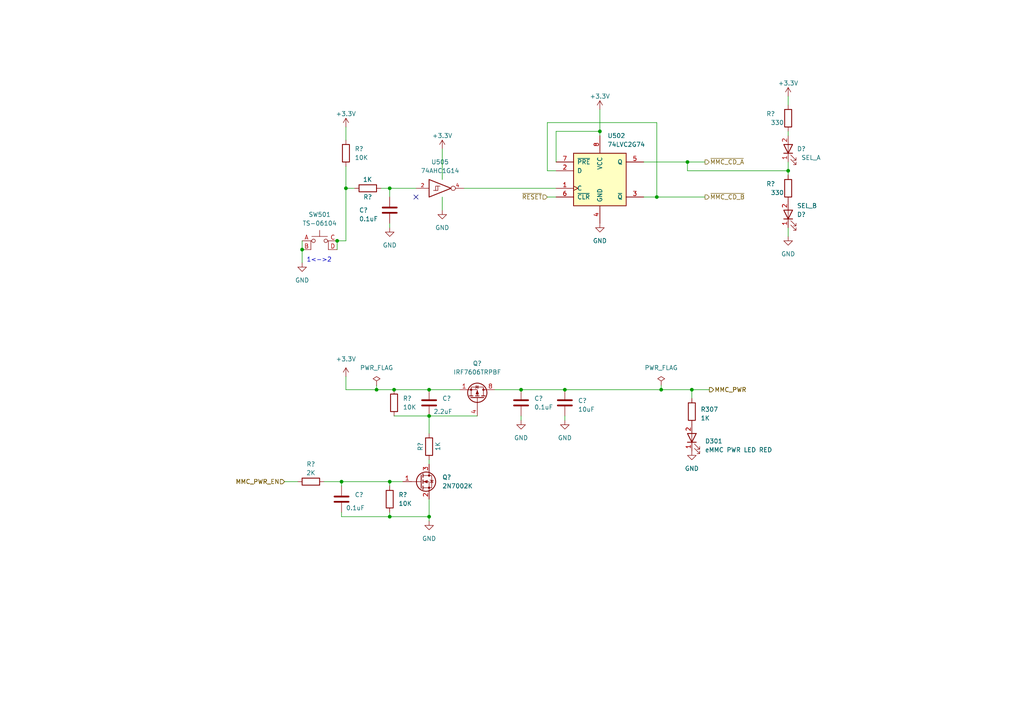
<source format=kicad_sch>
(kicad_sch (version 20230121) (generator eeschema)

  (uuid b2d55d8f-d86b-4f40-86e7-7eac337b9174)

  (paper "A4")

  (title_block
    (title "SHARED USB MEMORY")
    (date "2023-10-26")
    (rev "Rev0")
    (company "HNZ")
    (comment 1 "Licensed under CC-BY-SA V4.0")
    (comment 2 "2023 (C) Hiroshi Nakajima <hnakamiru1103@gmail.com>")
  )

  (lib_symbols
    (symbol "Device:C" (pin_numbers hide) (pin_names (offset 0.254)) (in_bom yes) (on_board yes)
      (property "Reference" "C" (at 0.635 2.54 0)
        (effects (font (size 1.27 1.27)) (justify left))
      )
      (property "Value" "C" (at 0.635 -2.54 0)
        (effects (font (size 1.27 1.27)) (justify left))
      )
      (property "Footprint" "" (at 0.9652 -3.81 0)
        (effects (font (size 1.27 1.27)) hide)
      )
      (property "Datasheet" "~" (at 0 0 0)
        (effects (font (size 1.27 1.27)) hide)
      )
      (property "ki_keywords" "cap capacitor" (at 0 0 0)
        (effects (font (size 1.27 1.27)) hide)
      )
      (property "ki_description" "Unpolarized capacitor" (at 0 0 0)
        (effects (font (size 1.27 1.27)) hide)
      )
      (property "ki_fp_filters" "C_*" (at 0 0 0)
        (effects (font (size 1.27 1.27)) hide)
      )
      (symbol "C_0_1"
        (polyline
          (pts
            (xy -2.032 -0.762)
            (xy 2.032 -0.762)
          )
          (stroke (width 0.508) (type default))
          (fill (type none))
        )
        (polyline
          (pts
            (xy -2.032 0.762)
            (xy 2.032 0.762)
          )
          (stroke (width 0.508) (type default))
          (fill (type none))
        )
      )
      (symbol "C_1_1"
        (pin passive line (at 0 3.81 270) (length 2.794)
          (name "~" (effects (font (size 1.27 1.27))))
          (number "1" (effects (font (size 1.27 1.27))))
        )
        (pin passive line (at 0 -3.81 90) (length 2.794)
          (name "~" (effects (font (size 1.27 1.27))))
          (number "2" (effects (font (size 1.27 1.27))))
        )
      )
    )
    (symbol "Device:LED" (pin_names (offset 1.016) hide) (in_bom yes) (on_board yes)
      (property "Reference" "D" (at 0 2.54 0)
        (effects (font (size 1.27 1.27)))
      )
      (property "Value" "LED" (at 0 -2.54 0)
        (effects (font (size 1.27 1.27)))
      )
      (property "Footprint" "" (at 0 0 0)
        (effects (font (size 1.27 1.27)) hide)
      )
      (property "Datasheet" "~" (at 0 0 0)
        (effects (font (size 1.27 1.27)) hide)
      )
      (property "ki_keywords" "LED diode" (at 0 0 0)
        (effects (font (size 1.27 1.27)) hide)
      )
      (property "ki_description" "Light emitting diode" (at 0 0 0)
        (effects (font (size 1.27 1.27)) hide)
      )
      (property "ki_fp_filters" "LED* LED_SMD:* LED_THT:*" (at 0 0 0)
        (effects (font (size 1.27 1.27)) hide)
      )
      (symbol "LED_0_1"
        (polyline
          (pts
            (xy -1.27 -1.27)
            (xy -1.27 1.27)
          )
          (stroke (width 0.254) (type default))
          (fill (type none))
        )
        (polyline
          (pts
            (xy -1.27 0)
            (xy 1.27 0)
          )
          (stroke (width 0) (type default))
          (fill (type none))
        )
        (polyline
          (pts
            (xy 1.27 -1.27)
            (xy 1.27 1.27)
            (xy -1.27 0)
            (xy 1.27 -1.27)
          )
          (stroke (width 0.254) (type default))
          (fill (type none))
        )
        (polyline
          (pts
            (xy -3.048 -0.762)
            (xy -4.572 -2.286)
            (xy -3.81 -2.286)
            (xy -4.572 -2.286)
            (xy -4.572 -1.524)
          )
          (stroke (width 0) (type default))
          (fill (type none))
        )
        (polyline
          (pts
            (xy -1.778 -0.762)
            (xy -3.302 -2.286)
            (xy -2.54 -2.286)
            (xy -3.302 -2.286)
            (xy -3.302 -1.524)
          )
          (stroke (width 0) (type default))
          (fill (type none))
        )
      )
      (symbol "LED_1_1"
        (pin passive line (at -3.81 0 0) (length 2.54)
          (name "K" (effects (font (size 1.27 1.27))))
          (number "1" (effects (font (size 1.27 1.27))))
        )
        (pin passive line (at 3.81 0 180) (length 2.54)
          (name "A" (effects (font (size 1.27 1.27))))
          (number "2" (effects (font (size 1.27 1.27))))
        )
      )
    )
    (symbol "Device:R" (pin_numbers hide) (pin_names (offset 0)) (in_bom yes) (on_board yes)
      (property "Reference" "R" (at 2.032 0 90)
        (effects (font (size 1.27 1.27)))
      )
      (property "Value" "R" (at 0 0 90)
        (effects (font (size 1.27 1.27)))
      )
      (property "Footprint" "" (at -1.778 0 90)
        (effects (font (size 1.27 1.27)) hide)
      )
      (property "Datasheet" "~" (at 0 0 0)
        (effects (font (size 1.27 1.27)) hide)
      )
      (property "ki_keywords" "R res resistor" (at 0 0 0)
        (effects (font (size 1.27 1.27)) hide)
      )
      (property "ki_description" "Resistor" (at 0 0 0)
        (effects (font (size 1.27 1.27)) hide)
      )
      (property "ki_fp_filters" "R_*" (at 0 0 0)
        (effects (font (size 1.27 1.27)) hide)
      )
      (symbol "R_0_1"
        (rectangle (start -1.016 -2.54) (end 1.016 2.54)
          (stroke (width 0.254) (type default))
          (fill (type none))
        )
      )
      (symbol "R_1_1"
        (pin passive line (at 0 3.81 270) (length 1.27)
          (name "~" (effects (font (size 1.27 1.27))))
          (number "1" (effects (font (size 1.27 1.27))))
        )
        (pin passive line (at 0 -3.81 90) (length 1.27)
          (name "~" (effects (font (size 1.27 1.27))))
          (number "2" (effects (font (size 1.27 1.27))))
        )
      )
    )
    (symbol "power:+3.3V" (power) (pin_names (offset 0)) (in_bom yes) (on_board yes)
      (property "Reference" "#PWR" (at 0 -3.81 0)
        (effects (font (size 1.27 1.27)) hide)
      )
      (property "Value" "+3.3V" (at 0 3.556 0)
        (effects (font (size 1.27 1.27)))
      )
      (property "Footprint" "" (at 0 0 0)
        (effects (font (size 1.27 1.27)) hide)
      )
      (property "Datasheet" "" (at 0 0 0)
        (effects (font (size 1.27 1.27)) hide)
      )
      (property "ki_keywords" "global power" (at 0 0 0)
        (effects (font (size 1.27 1.27)) hide)
      )
      (property "ki_description" "Power symbol creates a global label with name \"+3.3V\"" (at 0 0 0)
        (effects (font (size 1.27 1.27)) hide)
      )
      (symbol "+3.3V_0_1"
        (polyline
          (pts
            (xy -0.762 1.27)
            (xy 0 2.54)
          )
          (stroke (width 0) (type default))
          (fill (type none))
        )
        (polyline
          (pts
            (xy 0 0)
            (xy 0 2.54)
          )
          (stroke (width 0) (type default))
          (fill (type none))
        )
        (polyline
          (pts
            (xy 0 2.54)
            (xy 0.762 1.27)
          )
          (stroke (width 0) (type default))
          (fill (type none))
        )
      )
      (symbol "+3.3V_1_1"
        (pin power_in line (at 0 0 90) (length 0) hide
          (name "+3.3V" (effects (font (size 1.27 1.27))))
          (number "1" (effects (font (size 1.27 1.27))))
        )
      )
    )
    (symbol "power:GND" (power) (pin_numbers hide) (pin_names (offset 0) hide) (in_bom yes) (on_board yes)
      (property "Reference" "#PWR" (at 0 -6.35 0)
        (effects (font (size 1.27 1.27)) hide)
      )
      (property "Value" "GND" (at 0 -3.81 0)
        (effects (font (size 1.27 1.27)))
      )
      (property "Footprint" "" (at 0 0 0)
        (effects (font (size 1.27 1.27)) hide)
      )
      (property "Datasheet" "" (at 0 0 0)
        (effects (font (size 1.27 1.27)) hide)
      )
      (property "ki_keywords" "global power" (at 0 0 0)
        (effects (font (size 1.27 1.27)) hide)
      )
      (property "ki_description" "Power symbol creates a global label with name \"GND\" , ground" (at 0 0 0)
        (effects (font (size 1.27 1.27)) hide)
      )
      (symbol "GND_0_1"
        (polyline
          (pts
            (xy 0 0)
            (xy 0 -1.27)
            (xy 1.27 -1.27)
            (xy 0 -2.54)
            (xy -1.27 -1.27)
            (xy 0 -1.27)
          )
          (stroke (width 0) (type default))
          (fill (type none))
        )
      )
      (symbol "GND_1_1"
        (pin power_in line (at 0 0 270) (length 0) hide
          (name "GND" (effects (font (size 1.27 1.27))))
          (number "1" (effects (font (size 1.27 1.27))))
        )
      )
    )
    (symbol "power:PWR_FLAG" (power) (pin_numbers hide) (pin_names (offset 0) hide) (in_bom yes) (on_board yes)
      (property "Reference" "#FLG" (at 0 1.905 0)
        (effects (font (size 1.27 1.27)) hide)
      )
      (property "Value" "PWR_FLAG" (at 0 3.81 0)
        (effects (font (size 1.27 1.27)))
      )
      (property "Footprint" "" (at 0 0 0)
        (effects (font (size 1.27 1.27)) hide)
      )
      (property "Datasheet" "~" (at 0 0 0)
        (effects (font (size 1.27 1.27)) hide)
      )
      (property "ki_keywords" "flag power" (at 0 0 0)
        (effects (font (size 1.27 1.27)) hide)
      )
      (property "ki_description" "Special symbol for telling ERC where power comes from" (at 0 0 0)
        (effects (font (size 1.27 1.27)) hide)
      )
      (symbol "PWR_FLAG_0_0"
        (pin power_out line (at 0 0 90) (length 0)
          (name "pwr" (effects (font (size 1.27 1.27))))
          (number "1" (effects (font (size 1.27 1.27))))
        )
      )
      (symbol "PWR_FLAG_0_1"
        (polyline
          (pts
            (xy 0 0)
            (xy 0 1.27)
            (xy -1.016 1.905)
            (xy 0 2.54)
            (xy 1.016 1.905)
            (xy 0 1.27)
          )
          (stroke (width 0) (type default))
          (fill (type none))
        )
      )
    )
    (symbol "tbctl:2N7002K" (pin_names hide) (in_bom yes) (on_board yes)
      (property "Reference" "Q" (at 5.08 1.905 0)
        (effects (font (size 1.27 1.27)) (justify left))
      )
      (property "Value" "2N7002K" (at 5.08 0 0)
        (effects (font (size 1.27 1.27)) (justify left))
      )
      (property "Footprint" "Package_TO_SOT_SMD:SOT-23" (at 5.08 -1.905 0)
        (effects (font (size 1.27 1.27) italic) (justify left) hide)
      )
      (property "Datasheet" "https://www.diodes.com/assets/Datasheets/ds30896.pdf" (at 0 0 0)
        (effects (font (size 1.27 1.27)) (justify left) hide)
      )
      (property "ki_keywords" "N-Channel MOSFET" (at 0 0 0)
        (effects (font (size 1.27 1.27)) hide)
      )
      (property "ki_description" "0.38A Id, 60V Vds, N-Channel MOSFET, SOT-23" (at 0 0 0)
        (effects (font (size 1.27 1.27)) hide)
      )
      (property "ki_fp_filters" "SOT?23*" (at 0 0 0)
        (effects (font (size 1.27 1.27)) hide)
      )
      (symbol "2N7002K_0_1"
        (polyline
          (pts
            (xy 0.254 0)
            (xy -2.54 0)
          )
          (stroke (width 0) (type default))
          (fill (type none))
        )
        (polyline
          (pts
            (xy 0.254 1.905)
            (xy 0.254 -1.905)
          )
          (stroke (width 0.254) (type default))
          (fill (type none))
        )
        (polyline
          (pts
            (xy 0.762 -1.27)
            (xy 0.762 -2.286)
          )
          (stroke (width 0.254) (type default))
          (fill (type none))
        )
        (polyline
          (pts
            (xy 0.762 0.508)
            (xy 0.762 -0.508)
          )
          (stroke (width 0.254) (type default))
          (fill (type none))
        )
        (polyline
          (pts
            (xy 0.762 2.286)
            (xy 0.762 1.27)
          )
          (stroke (width 0.254) (type default))
          (fill (type none))
        )
        (polyline
          (pts
            (xy 2.54 2.54)
            (xy 2.54 1.778)
          )
          (stroke (width 0) (type default))
          (fill (type none))
        )
        (polyline
          (pts
            (xy 2.54 -2.54)
            (xy 2.54 0)
            (xy 0.762 0)
          )
          (stroke (width 0) (type default))
          (fill (type none))
        )
        (polyline
          (pts
            (xy 0.762 -1.778)
            (xy 3.302 -1.778)
            (xy 3.302 1.778)
            (xy 0.762 1.778)
          )
          (stroke (width 0) (type default))
          (fill (type none))
        )
        (polyline
          (pts
            (xy 1.016 0)
            (xy 2.032 0.381)
            (xy 2.032 -0.381)
            (xy 1.016 0)
          )
          (stroke (width 0) (type default))
          (fill (type outline))
        )
        (polyline
          (pts
            (xy 2.794 0.508)
            (xy 2.921 0.381)
            (xy 3.683 0.381)
            (xy 3.81 0.254)
          )
          (stroke (width 0) (type default))
          (fill (type none))
        )
        (polyline
          (pts
            (xy 3.302 0.381)
            (xy 2.921 -0.254)
            (xy 3.683 -0.254)
            (xy 3.302 0.381)
          )
          (stroke (width 0) (type default))
          (fill (type none))
        )
        (circle (center 1.651 0) (radius 2.794)
          (stroke (width 0.254) (type default))
          (fill (type none))
        )
        (circle (center 2.54 -1.778) (radius 0.254)
          (stroke (width 0) (type default))
          (fill (type outline))
        )
        (circle (center 2.54 1.778) (radius 0.254)
          (stroke (width 0) (type default))
          (fill (type outline))
        )
      )
      (symbol "2N7002K_1_1"
        (pin input line (at -5.08 0 0) (length 2.54)
          (name "G" (effects (font (size 1.27 1.27))))
          (number "1" (effects (font (size 1.27 1.27))))
        )
        (pin passive line (at 2.54 -5.08 90) (length 2.54)
          (name "S" (effects (font (size 1.27 1.27))))
          (number "2" (effects (font (size 1.27 1.27))))
        )
        (pin passive line (at 2.54 5.08 270) (length 2.54)
          (name "D" (effects (font (size 1.27 1.27))))
          (number "3" (effects (font (size 1.27 1.27))))
        )
      )
    )
    (symbol "tbctl:74AHC1G14" (pin_names (offset 1.016)) (in_bom yes) (on_board yes)
      (property "Reference" "U" (at -2.54 3.81 0)
        (effects (font (size 1.27 1.27)))
      )
      (property "Value" "74AHC1G14" (at 0 -3.81 0)
        (effects (font (size 1.27 1.27)))
      )
      (property "Footprint" "Package_TO_SOT_SMD:SOT-23-5_HandSoldering" (at 1.27 -8.89 0)
        (effects (font (size 1.27 1.27)) hide)
      )
      (property "Datasheet" "" (at 0 0 0)
        (effects (font (size 1.27 1.27)) hide)
      )
      (property "ki_keywords" "Single Gate NOT Schmitt LVC CMOS" (at 0 0 0)
        (effects (font (size 1.27 1.27)) hide)
      )
      (property "ki_description" "Single Schmitt NOT Gate, Low-Voltage CMOS" (at 0 0 0)
        (effects (font (size 1.27 1.27)) hide)
      )
      (property "ki_fp_filters" "SOT* SG-*" (at 0 0 0)
        (effects (font (size 1.27 1.27)) hide)
      )
      (symbol "74AHC1G14_0_0"
        (pin passive line (at -7.62 -2.54 0) (length 2.54) hide
          (name "NC" (effects (font (size 1.27 1.27))))
          (number "1" (effects (font (size 1.27 1.27))))
        )
      )
      (symbol "74AHC1G14_0_1"
        (polyline
          (pts
            (xy -1.905 -0.635)
            (xy -1.27 -0.635)
            (xy -1.27 0.635)
          )
          (stroke (width 0) (type default))
          (fill (type none))
        )
        (polyline
          (pts
            (xy -3.81 2.54)
            (xy -3.81 -2.54)
            (xy 2.54 0)
            (xy -3.81 2.54)
          )
          (stroke (width 0.254) (type default))
          (fill (type none))
        )
        (polyline
          (pts
            (xy -2.54 -0.635)
            (xy -1.905 -0.635)
            (xy -1.905 0.635)
            (xy -0.635 0.635)
          )
          (stroke (width 0) (type default))
          (fill (type none))
        )
      )
      (symbol "74AHC1G14_1_1"
        (pin input line (at -7.62 0 0) (length 3.81)
          (name "~" (effects (font (size 1.016 1.016))))
          (number "2" (effects (font (size 1.016 1.016))))
        )
        (pin power_in line (at 0 -2.54 270) (length 0) hide
          (name "GND" (effects (font (size 1.016 1.016))))
          (number "3" (effects (font (size 1.016 1.016))))
        )
        (pin output inverted (at 6.35 0 180) (length 3.81)
          (name "~" (effects (font (size 1.016 1.016))))
          (number "4" (effects (font (size 1.016 1.016))))
        )
        (pin power_in line (at 0 2.54 90) (length 0) hide
          (name "VCC" (effects (font (size 1.016 1.016))))
          (number "5" (effects (font (size 1.016 1.016))))
        )
      )
    )
    (symbol "tbctl:74LVC2G74" (pin_names (offset 1.016)) (in_bom yes) (on_board yes)
      (property "Reference" "U" (at -5.08 10.16 0)
        (effects (font (size 1.27 1.27)))
      )
      (property "Value" "74LVC2G74" (at 10.16 -10.16 0)
        (effects (font (size 1.27 1.27)))
      )
      (property "Footprint" "Package_SO:VSSOP-8_2.3x2mm_P0.5mm" (at 0 0 0)
        (effects (font (size 1.27 1.27)) hide)
      )
      (property "Datasheet" "" (at 0 0 0)
        (effects (font (size 1.27 1.27)) hide)
      )
      (property "ki_keywords" "Single D Flip-Flop D CMOS" (at 0 0 0)
        (effects (font (size 1.27 1.27)) hide)
      )
      (property "ki_description" "74AUC1G74, Single D Flip-Flop, Low-Voltage CMOS" (at 0 0 0)
        (effects (font (size 1.27 1.27)) hide)
      )
      (property "ki_fp_filters" "SSOP* VSSOP*" (at 0 0 0)
        (effects (font (size 1.27 1.27)) hide)
      )
      (symbol "74LVC2G74_0_1"
        (rectangle (start -7.62 7.62) (end 7.62 -7.62)
          (stroke (width 0.254) (type default))
          (fill (type background))
        )
      )
      (symbol "74LVC2G74_1_1"
        (pin input clock (at -12.7 -2.54 0) (length 5.08)
          (name "C" (effects (font (size 1.27 1.27))))
          (number "1" (effects (font (size 1.27 1.27))))
        )
        (pin input line (at -12.7 2.54 0) (length 5.08)
          (name "D" (effects (font (size 1.27 1.27))))
          (number "2" (effects (font (size 1.27 1.27))))
        )
        (pin output line (at 12.7 -5.08 180) (length 5.08)
          (name "~{Q}" (effects (font (size 1.27 1.27))))
          (number "3" (effects (font (size 1.27 1.27))))
        )
        (pin power_in line (at 0 -12.7 90) (length 5.08)
          (name "GND" (effects (font (size 1.27 1.27))))
          (number "4" (effects (font (size 1.27 1.27))))
        )
        (pin output line (at 12.7 5.08 180) (length 5.08)
          (name "Q" (effects (font (size 1.27 1.27))))
          (number "5" (effects (font (size 1.27 1.27))))
        )
        (pin input line (at -12.7 -5.08 0) (length 5.08)
          (name "~{CLR}" (effects (font (size 1.27 1.27))))
          (number "6" (effects (font (size 1.27 1.27))))
        )
        (pin input line (at -12.7 5.08 0) (length 5.08)
          (name "~{PRE}" (effects (font (size 1.27 1.27))))
          (number "7" (effects (font (size 1.27 1.27))))
        )
        (pin power_in line (at 0 12.7 270) (length 5.08)
          (name "VCC" (effects (font (size 1.27 1.27))))
          (number "8" (effects (font (size 1.27 1.27))))
        )
      )
    )
    (symbol "tbctl:IRF7606PBF" (pin_names hide) (in_bom yes) (on_board yes)
      (property "Reference" "Q" (at 5.08 1.905 0)
        (effects (font (size 1.27 1.27)) (justify left))
      )
      (property "Value" "IRF7606PBF" (at 5.08 0 0)
        (effects (font (size 1.27 1.27)) (justify left))
      )
      (property "Footprint" "Package_SO:MSOP-8_3x3mm_P0.65mm" (at 5.08 -1.905 0)
        (effects (font (size 1.27 1.27) italic) (justify left) hide)
      )
      (property "Datasheet" "http://www.irf.com/product-info/datasheets/data/irf7606pbf.pdf" (at 0 0 90)
        (effects (font (size 1.27 1.27)) (justify left) hide)
      )
      (property "ki_keywords" "HexFET Power MOSFET P-MOS" (at 0 0 0)
        (effects (font (size 1.27 1.27)) hide)
      )
      (property "ki_description" "-3.6A Id, -30V Vds, HexFET P-MOS Power MOSFET, Ronon 0.09R, Micro8" (at 0 0 0)
        (effects (font (size 1.27 1.27)) hide)
      )
      (property "ki_fp_filters" "MSOP*3x3mm*P0.65mm*" (at 0 0 0)
        (effects (font (size 1.27 1.27)) hide)
      )
      (symbol "IRF7606PBF_0_1"
        (polyline
          (pts
            (xy 0.254 0)
            (xy -2.54 0)
          )
          (stroke (width 0) (type default))
          (fill (type none))
        )
        (polyline
          (pts
            (xy 0.254 1.905)
            (xy 0.254 -1.905)
          )
          (stroke (width 0.254) (type default))
          (fill (type none))
        )
        (polyline
          (pts
            (xy 0.762 -1.27)
            (xy 0.762 -2.286)
          )
          (stroke (width 0.254) (type default))
          (fill (type none))
        )
        (polyline
          (pts
            (xy 0.762 0.508)
            (xy 0.762 -0.508)
          )
          (stroke (width 0.254) (type default))
          (fill (type none))
        )
        (polyline
          (pts
            (xy 0.762 2.286)
            (xy 0.762 1.27)
          )
          (stroke (width 0.254) (type default))
          (fill (type none))
        )
        (polyline
          (pts
            (xy 2.54 2.54)
            (xy 2.54 1.778)
          )
          (stroke (width 0) (type default))
          (fill (type none))
        )
        (polyline
          (pts
            (xy 2.54 -2.54)
            (xy 2.54 0)
            (xy 0.762 0)
          )
          (stroke (width 0) (type default))
          (fill (type none))
        )
        (polyline
          (pts
            (xy 0.762 1.778)
            (xy 3.302 1.778)
            (xy 3.302 -1.778)
            (xy 0.762 -1.778)
          )
          (stroke (width 0) (type default))
          (fill (type none))
        )
        (polyline
          (pts
            (xy 2.286 0)
            (xy 1.27 0.381)
            (xy 1.27 -0.381)
            (xy 2.286 0)
          )
          (stroke (width 0) (type default))
          (fill (type outline))
        )
        (polyline
          (pts
            (xy 2.794 -0.508)
            (xy 2.921 -0.381)
            (xy 3.683 -0.381)
            (xy 3.81 -0.254)
          )
          (stroke (width 0) (type default))
          (fill (type none))
        )
        (polyline
          (pts
            (xy 3.302 -0.381)
            (xy 2.921 0.254)
            (xy 3.683 0.254)
            (xy 3.302 -0.381)
          )
          (stroke (width 0) (type default))
          (fill (type none))
        )
        (circle (center 1.651 0) (radius 2.794)
          (stroke (width 0.254) (type default))
          (fill (type none))
        )
        (circle (center 2.54 -1.778) (radius 0.254)
          (stroke (width 0) (type default))
          (fill (type outline))
        )
        (circle (center 2.54 1.778) (radius 0.254)
          (stroke (width 0) (type default))
          (fill (type outline))
        )
      )
      (symbol "IRF7606PBF_1_1"
        (pin passive line (at 2.54 -5.08 90) (length 2.54)
          (name "S" (effects (font (size 1.27 1.27))))
          (number "1" (effects (font (size 1.27 1.27))))
        )
        (pin passive line (at 2.54 -5.08 90) (length 2.54) hide
          (name "S" (effects (font (size 1.27 1.27))))
          (number "2" (effects (font (size 1.27 1.27))))
        )
        (pin passive line (at 2.54 -5.08 90) (length 2.54) hide
          (name "S" (effects (font (size 1.27 1.27))))
          (number "3" (effects (font (size 1.27 1.27))))
        )
        (pin passive line (at -5.08 0 0) (length 2.54)
          (name "G" (effects (font (size 1.27 1.27))))
          (number "4" (effects (font (size 1.27 1.27))))
        )
        (pin passive line (at 2.54 5.08 270) (length 2.54) hide
          (name "D" (effects (font (size 1.27 1.27))))
          (number "5" (effects (font (size 1.27 1.27))))
        )
        (pin passive line (at 2.54 5.08 270) (length 2.54) hide
          (name "D" (effects (font (size 1.27 1.27))))
          (number "6" (effects (font (size 1.27 1.27))))
        )
        (pin passive line (at 2.54 5.08 270) (length 2.54) hide
          (name "D" (effects (font (size 1.27 1.27))))
          (number "7" (effects (font (size 1.27 1.27))))
        )
        (pin passive line (at 2.54 5.08 270) (length 2.54)
          (name "D" (effects (font (size 1.27 1.27))))
          (number "8" (effects (font (size 1.27 1.27))))
        )
      )
    )
    (symbol "tbctl:TS-06104" (pin_names (offset 1.016) hide) (in_bom yes) (on_board yes)
      (property "Reference" "SW" (at 0.635 5.715 0)
        (effects (font (size 1.27 1.27)) (justify left))
      )
      (property "Value" "TS-06104" (at 0 -3.175 0)
        (effects (font (size 1.27 1.27)))
      )
      (property "Footprint" "tbctl:TS-06104" (at 0 7.62 0)
        (effects (font (size 1.27 1.27)) hide)
      )
      (property "Datasheet" "" (at 0 7.62 0)
        (effects (font (size 1.27 1.27)) hide)
      )
      (property "ki_keywords" "switch normally-open pushbutton push-button" (at 0 0 0)
        (effects (font (size 1.27 1.27)) hide)
      )
      (property "ki_description" "Single pole normally-open tactile switch" (at 0 0 0)
        (effects (font (size 1.27 1.27)) hide)
      )
      (property "ki_fp_filters" "SW*MEC*5G*" (at 0 0 0)
        (effects (font (size 1.27 1.27)) hide)
      )
      (symbol "TS-06104_0_1"
        (circle (center -1.778 2.54) (radius 0.508)
          (stroke (width 0) (type default))
          (fill (type none))
        )
        (polyline
          (pts
            (xy -2.286 3.81)
            (xy 2.286 3.81)
          )
          (stroke (width 0) (type default))
          (fill (type none))
        )
        (polyline
          (pts
            (xy 0 3.81)
            (xy 0 5.588)
          )
          (stroke (width 0) (type default))
          (fill (type none))
        )
        (polyline
          (pts
            (xy -2.54 0)
            (xy -2.54 2.54)
            (xy -2.286 2.54)
          )
          (stroke (width 0) (type default))
          (fill (type none))
        )
        (polyline
          (pts
            (xy 2.54 0)
            (xy 2.54 2.54)
            (xy 2.286 2.54)
          )
          (stroke (width 0) (type default))
          (fill (type none))
        )
        (circle (center 1.778 2.54) (radius 0.508)
          (stroke (width 0) (type default))
          (fill (type none))
        )
        (pin passive line (at -5.08 2.54 0) (length 2.54)
          (name "A" (effects (font (size 1.27 1.27))))
          (number "A" (effects (font (size 1.27 1.27))))
        )
        (pin passive line (at -5.08 0 0) (length 2.54)
          (name "B" (effects (font (size 1.27 1.27))))
          (number "B" (effects (font (size 1.27 1.27))))
        )
        (pin passive line (at 5.08 2.54 180) (length 2.54)
          (name "C" (effects (font (size 1.27 1.27))))
          (number "C" (effects (font (size 1.27 1.27))))
        )
        (pin passive line (at 5.08 0 180) (length 2.54)
          (name "D" (effects (font (size 1.27 1.27))))
          (number "D" (effects (font (size 1.27 1.27))))
        )
      )
    )
  )

  (junction (at 87.63 72.39) (diameter 0) (color 0 0 0 0)
    (uuid 066d6c05-e783-4fff-bb1e-e7c0c85887cb)
  )
  (junction (at 99.06 139.7) (diameter 0) (color 0 0 0 0)
    (uuid 18288cb3-8f08-4762-9b21-347da36f3468)
  )
  (junction (at 124.46 120.65) (diameter 0) (color 0 0 0 0)
    (uuid 1a0ca7ec-66b2-4011-aa3f-4db826b0274c)
  )
  (junction (at 100.33 54.61) (diameter 0) (color 0 0 0 0)
    (uuid 22ba0008-6b5a-466a-92fd-9fc51f58206a)
  )
  (junction (at 124.46 149.86) (diameter 0) (color 0 0 0 0)
    (uuid 26edf06b-35e2-49b4-a01e-d0b4963c59fd)
  )
  (junction (at 97.79 69.85) (diameter 0) (color 0 0 0 0)
    (uuid 51671000-9b6b-4697-bf7a-3472684bd295)
  )
  (junction (at 228.6 49.53) (diameter 0) (color 0 0 0 0)
    (uuid 65152ccd-6950-48b2-8aa1-68a0857c8466)
  )
  (junction (at 163.83 113.03) (diameter 0) (color 0 0 0 0)
    (uuid 7345445e-b78e-473c-8788-52e7b5e5a37f)
  )
  (junction (at 114.3 113.03) (diameter 0) (color 0 0 0 0)
    (uuid 8b8da0fc-d410-404f-965a-4880822350f0)
  )
  (junction (at 113.03 149.86) (diameter 0) (color 0 0 0 0)
    (uuid 8d696be1-5308-480a-a697-2705f02be7b3)
  )
  (junction (at 199.39 46.99) (diameter 0) (color 0 0 0 0)
    (uuid 8e85623c-1061-44a8-a2d9-6aa3bb38c254)
  )
  (junction (at 191.77 113.03) (diameter 0) (color 0 0 0 0)
    (uuid 8e8f4059-e804-4549-8686-492c36b3054b)
  )
  (junction (at 113.03 54.61) (diameter 0) (color 0 0 0 0)
    (uuid 8efe555e-aaff-4adc-8f28-cae4304a09f6)
  )
  (junction (at 109.22 113.03) (diameter 0) (color 0 0 0 0)
    (uuid a2c1293e-9c20-4dea-942d-6df2671d384e)
  )
  (junction (at 113.03 139.7) (diameter 0) (color 0 0 0 0)
    (uuid b4c59690-6a87-4b60-a25e-c4527fb3b93b)
  )
  (junction (at 190.5 57.15) (diameter 0) (color 0 0 0 0)
    (uuid d626df60-d8db-4176-8fea-a86a49066754)
  )
  (junction (at 173.99 38.1) (diameter 0) (color 0 0 0 0)
    (uuid e2f62fcc-4306-47ac-bb7a-a64f952535b6)
  )
  (junction (at 200.66 113.03) (diameter 0) (color 0 0 0 0)
    (uuid e9d187d0-069f-4cfa-a22c-6620b82a64ad)
  )
  (junction (at 151.13 113.03) (diameter 0) (color 0 0 0 0)
    (uuid f704d045-404f-4dde-9dbb-b6af6f984787)
  )
  (junction (at 124.46 113.03) (diameter 0) (color 0 0 0 0)
    (uuid f94532fe-29cd-48e9-8ad4-30036ec57347)
  )

  (no_connect (at 120.65 57.15) (uuid c7e13e71-9e97-4625-84a3-2334a9295820))

  (wire (pts (xy 191.77 111.76) (xy 191.77 113.03))
    (stroke (width 0) (type default))
    (uuid 00fc37f9-0f8f-44bd-8642-b8f917d46439)
  )
  (wire (pts (xy 158.75 57.15) (xy 161.29 57.15))
    (stroke (width 0) (type default))
    (uuid 02addbda-ab25-4da8-b750-910ca8552a08)
  )
  (wire (pts (xy 100.33 113.03) (xy 109.22 113.03))
    (stroke (width 0) (type default))
    (uuid 048e131e-8ffc-4485-88c3-8cfe7cedb824)
  )
  (wire (pts (xy 124.46 113.03) (xy 133.35 113.03))
    (stroke (width 0) (type default))
    (uuid 04ca42f6-f0c5-4845-b55a-6586de9a6d0d)
  )
  (wire (pts (xy 228.6 27.94) (xy 228.6 30.48))
    (stroke (width 0) (type default))
    (uuid 079b8415-6c5b-4155-bb31-3d6a00c4a278)
  )
  (wire (pts (xy 124.46 149.86) (xy 124.46 151.13))
    (stroke (width 0) (type default))
    (uuid 0db8bae0-5574-42e5-92e9-b664db9981ac)
  )
  (wire (pts (xy 99.06 139.7) (xy 113.03 139.7))
    (stroke (width 0) (type default))
    (uuid 10060ee9-c1d3-4feb-82b1-36c0c5724efe)
  )
  (wire (pts (xy 99.06 149.86) (xy 113.03 149.86))
    (stroke (width 0) (type default))
    (uuid 15150e53-dcf3-4ccb-8dce-b0f79754d47e)
  )
  (wire (pts (xy 124.46 133.35) (xy 124.46 134.62))
    (stroke (width 0) (type default))
    (uuid 186b9a20-91ee-4d83-9a7c-15492cc55ac8)
  )
  (wire (pts (xy 199.39 49.53) (xy 228.6 49.53))
    (stroke (width 0) (type default))
    (uuid 1e1171dd-6220-4d18-b894-38be6804f606)
  )
  (wire (pts (xy 173.99 31.75) (xy 173.99 38.1))
    (stroke (width 0) (type default))
    (uuid 1f4258c2-f1ee-4037-8084-b044c4f54b3b)
  )
  (wire (pts (xy 100.33 36.83) (xy 100.33 40.64))
    (stroke (width 0) (type default))
    (uuid 204bc8e2-1765-4201-9a08-c6db992f71dc)
  )
  (wire (pts (xy 110.49 54.61) (xy 113.03 54.61))
    (stroke (width 0) (type default))
    (uuid 2117bb65-60a7-4541-a212-c9f1d191e1e6)
  )
  (wire (pts (xy 190.5 57.15) (xy 190.5 35.56))
    (stroke (width 0) (type default))
    (uuid 23cf2b26-c208-4ec9-bb7b-210f86d32ca2)
  )
  (wire (pts (xy 199.39 46.99) (xy 204.47 46.99))
    (stroke (width 0) (type default))
    (uuid 255fddbd-8323-4b71-8af0-7a6fdc098fd3)
  )
  (wire (pts (xy 99.06 140.97) (xy 99.06 139.7))
    (stroke (width 0) (type default))
    (uuid 2b8d484c-8569-4cc5-9229-df715432becd)
  )
  (wire (pts (xy 100.33 54.61) (xy 100.33 69.85))
    (stroke (width 0) (type default))
    (uuid 2b92cad2-ec30-4b9c-a46a-00412ffd7263)
  )
  (wire (pts (xy 228.6 66.04) (xy 228.6 68.58))
    (stroke (width 0) (type default))
    (uuid 3619656b-0613-4423-9a9d-31c76c2c3a8c)
  )
  (wire (pts (xy 82.55 139.7) (xy 86.36 139.7))
    (stroke (width 0) (type default))
    (uuid 36f359c2-e988-4d57-b37e-2ce67cc0592f)
  )
  (wire (pts (xy 124.46 120.65) (xy 138.43 120.65))
    (stroke (width 0) (type default))
    (uuid 38ab9d48-c123-48f8-b538-3737b737e73d)
  )
  (wire (pts (xy 161.29 38.1) (xy 161.29 46.99))
    (stroke (width 0) (type default))
    (uuid 39bd29c9-7a6b-4362-a3f8-ed323e0f774e)
  )
  (wire (pts (xy 113.03 54.61) (xy 113.03 57.15))
    (stroke (width 0) (type default))
    (uuid 3cab7b72-0213-4538-80d6-5e851d634157)
  )
  (wire (pts (xy 191.77 113.03) (xy 200.66 113.03))
    (stroke (width 0) (type default))
    (uuid 3ed50fa6-5f02-4788-b66d-3a155be6c0b2)
  )
  (wire (pts (xy 124.46 144.78) (xy 124.46 149.86))
    (stroke (width 0) (type default))
    (uuid 450b3cce-03c4-4ebf-aaeb-9127cae38ed1)
  )
  (wire (pts (xy 128.27 43.18) (xy 128.27 52.07))
    (stroke (width 0) (type default))
    (uuid 460411b8-a9e2-4db1-8824-52ad3c8320fb)
  )
  (wire (pts (xy 190.5 57.15) (xy 204.47 57.15))
    (stroke (width 0) (type default))
    (uuid 4aa65147-dd59-4fb0-bbfe-08df6714ab13)
  )
  (wire (pts (xy 200.66 113.03) (xy 205.74 113.03))
    (stroke (width 0) (type default))
    (uuid 4e967f89-03b6-4cf1-8cd4-47581766b72d)
  )
  (wire (pts (xy 228.6 46.99) (xy 228.6 49.53))
    (stroke (width 0) (type default))
    (uuid 52cf6866-9171-44da-86b1-1212464a6393)
  )
  (wire (pts (xy 97.79 69.85) (xy 97.79 72.39))
    (stroke (width 0) (type default))
    (uuid 572357f1-3165-4b8c-891b-06881f8f268c)
  )
  (wire (pts (xy 100.33 109.22) (xy 100.33 113.03))
    (stroke (width 0) (type default))
    (uuid 59a34a25-2c4a-4697-a42c-f0ba3609f30b)
  )
  (wire (pts (xy 163.83 121.92) (xy 163.83 120.65))
    (stroke (width 0) (type default))
    (uuid 5a9df55d-bc18-416e-b521-06702d453e4e)
  )
  (wire (pts (xy 100.33 69.85) (xy 97.79 69.85))
    (stroke (width 0) (type default))
    (uuid 6a8ff3c4-e4aa-40e7-8b60-1f56b69b3521)
  )
  (wire (pts (xy 113.03 149.86) (xy 113.03 148.59))
    (stroke (width 0) (type default))
    (uuid 6e6cbb77-b51d-4351-a773-7f68e026a870)
  )
  (wire (pts (xy 113.03 140.97) (xy 113.03 139.7))
    (stroke (width 0) (type default))
    (uuid 7bfee0cc-7749-4a0f-8299-fb5cf3060885)
  )
  (wire (pts (xy 173.99 38.1) (xy 173.99 39.37))
    (stroke (width 0) (type default))
    (uuid 7cb8838d-c730-4ef7-a7c3-74729df924d5)
  )
  (wire (pts (xy 134.62 54.61) (xy 161.29 54.61))
    (stroke (width 0) (type default))
    (uuid 82cad94a-78c5-4477-a388-48cf77814159)
  )
  (wire (pts (xy 113.03 54.61) (xy 120.65 54.61))
    (stroke (width 0) (type default))
    (uuid 864b2351-5fe2-4a68-a612-e5f8cb8289cc)
  )
  (wire (pts (xy 109.22 111.76) (xy 109.22 113.03))
    (stroke (width 0) (type default))
    (uuid 8faa10d3-a915-452a-9af5-893dbec6a1cf)
  )
  (wire (pts (xy 99.06 149.86) (xy 99.06 148.59))
    (stroke (width 0) (type default))
    (uuid 9c174cad-db70-4741-af17-eb0913cbfd9f)
  )
  (wire (pts (xy 151.13 121.92) (xy 151.13 120.65))
    (stroke (width 0) (type default))
    (uuid 9dbce01b-6319-4d33-a1c9-0ac9b62c427c)
  )
  (wire (pts (xy 190.5 35.56) (xy 158.75 35.56))
    (stroke (width 0) (type default))
    (uuid 9e1ec8bd-0cdc-434c-82fd-05d6553909dc)
  )
  (wire (pts (xy 200.66 113.03) (xy 200.66 115.57))
    (stroke (width 0) (type default))
    (uuid a3d2e774-3d50-4eab-a7da-aee29f29c0f4)
  )
  (wire (pts (xy 87.63 72.39) (xy 87.63 76.2))
    (stroke (width 0) (type default))
    (uuid a5c60ddb-90b8-40f3-a6c1-15a4962bb63e)
  )
  (wire (pts (xy 163.83 113.03) (xy 191.77 113.03))
    (stroke (width 0) (type default))
    (uuid a8d54a87-38e8-4ce7-a3a8-b718c6e8022d)
  )
  (wire (pts (xy 114.3 120.65) (xy 124.46 120.65))
    (stroke (width 0) (type default))
    (uuid abebf282-5ec5-4848-9124-4a982fa2942e)
  )
  (wire (pts (xy 113.03 139.7) (xy 116.84 139.7))
    (stroke (width 0) (type default))
    (uuid ae7f6b7e-2a3d-4481-b98a-cfe12ef9e148)
  )
  (wire (pts (xy 100.33 54.61) (xy 102.87 54.61))
    (stroke (width 0) (type default))
    (uuid b25781ec-60ff-4084-b196-8687061920ff)
  )
  (wire (pts (xy 151.13 113.03) (xy 163.83 113.03))
    (stroke (width 0) (type default))
    (uuid b5812ee3-2f26-49b7-8004-ada106376419)
  )
  (wire (pts (xy 113.03 64.77) (xy 113.03 66.04))
    (stroke (width 0) (type default))
    (uuid b752605e-501b-4dbb-b229-1b5a373ea257)
  )
  (wire (pts (xy 158.75 35.56) (xy 158.75 49.53))
    (stroke (width 0) (type default))
    (uuid b91b8cf9-4c8e-47cc-8ea0-0eb0da3c2b89)
  )
  (wire (pts (xy 199.39 46.99) (xy 199.39 49.53))
    (stroke (width 0) (type default))
    (uuid b948a93b-b8b0-44f2-8062-50b37bf0cd46)
  )
  (wire (pts (xy 114.3 113.03) (xy 124.46 113.03))
    (stroke (width 0) (type default))
    (uuid bd0c5811-e628-47a6-83c6-6d52304b72d4)
  )
  (wire (pts (xy 87.63 69.85) (xy 87.63 72.39))
    (stroke (width 0) (type default))
    (uuid c4165f8f-d3bb-45b4-8933-c0631a0e47de)
  )
  (wire (pts (xy 109.22 113.03) (xy 114.3 113.03))
    (stroke (width 0) (type default))
    (uuid c47bb7b5-9bbe-4e31-b011-920b7ceb455a)
  )
  (wire (pts (xy 186.69 57.15) (xy 190.5 57.15))
    (stroke (width 0) (type default))
    (uuid c61bd85f-3766-4ee1-ae81-4103ffc7de5a)
  )
  (wire (pts (xy 161.29 38.1) (xy 173.99 38.1))
    (stroke (width 0) (type default))
    (uuid ca8f16d4-5e0d-4349-bd71-9d512ecda769)
  )
  (wire (pts (xy 93.98 139.7) (xy 99.06 139.7))
    (stroke (width 0) (type default))
    (uuid d36e7f7e-e91e-4ca1-93bb-767a8432b05f)
  )
  (wire (pts (xy 228.6 49.53) (xy 228.6 50.8))
    (stroke (width 0) (type default))
    (uuid d3e16d13-3add-4cd7-bb86-184540368612)
  )
  (wire (pts (xy 128.27 57.15) (xy 128.27 60.96))
    (stroke (width 0) (type default))
    (uuid dd3c1f72-cba7-492a-960f-6ef18649ade9)
  )
  (wire (pts (xy 124.46 120.65) (xy 124.46 125.73))
    (stroke (width 0) (type default))
    (uuid de055150-44fd-42e1-974d-d53589f7cda4)
  )
  (wire (pts (xy 100.33 48.26) (xy 100.33 54.61))
    (stroke (width 0) (type default))
    (uuid e2bb3531-c63c-40f3-a36e-5af9184c700b)
  )
  (wire (pts (xy 228.6 39.37) (xy 228.6 38.1))
    (stroke (width 0) (type default))
    (uuid e49201b8-93e6-4ab5-806e-f7b70ca69976)
  )
  (wire (pts (xy 143.51 113.03) (xy 151.13 113.03))
    (stroke (width 0) (type default))
    (uuid e8f5d3bf-99ff-4283-a3a0-ba308024e4a5)
  )
  (wire (pts (xy 113.03 149.86) (xy 124.46 149.86))
    (stroke (width 0) (type default))
    (uuid ebe73361-4ed1-4751-9122-5b7f3ce31d12)
  )
  (wire (pts (xy 186.69 46.99) (xy 199.39 46.99))
    (stroke (width 0) (type default))
    (uuid ed9c4cd4-ae2e-4fff-963d-ab6a63162c80)
  )
  (wire (pts (xy 158.75 49.53) (xy 161.29 49.53))
    (stroke (width 0) (type default))
    (uuid ee9d4c3b-34ad-423d-ba9b-2f6dee98b6e8)
  )

  (text "1<->2" (at 88.9 76.2 0)
    (effects (font (size 1.27 1.27)) (justify left bottom))
    (uuid 41b987cc-b0b2-44f6-bbe1-a0daea7bf962)
  )

  (hierarchical_label "MMC_PWR_EN" (shape input) (at 82.55 139.7 180) (fields_autoplaced)
    (effects (font (size 1.27 1.27)) (justify right))
    (uuid 0cd50c88-ca01-41bb-a83a-b5c78341b203)
  )
  (hierarchical_label "~{RESET}" (shape input) (at 158.75 57.15 180) (fields_autoplaced)
    (effects (font (size 1.27 1.27)) (justify right))
    (uuid 521c4123-0ba1-4208-b875-48cf958bb17e)
  )
  (hierarchical_label "MMC_PWR_EN" (shape input) (at 82.55 139.7 180) (fields_autoplaced)
    (effects (font (size 1.27 1.27)) (justify right))
    (uuid 61104223-7a66-4288-9637-7d374db5bffc)
  )
  (hierarchical_label "~{MMC_CD_B}" (shape output) (at 204.47 57.15 0) (fields_autoplaced)
    (effects (font (size 1.27 1.27)) (justify left))
    (uuid 73288fff-e439-4d33-bd33-a2129604095e)
  )
  (hierarchical_label "MMC_PWR" (shape output) (at 205.74 113.03 0) (fields_autoplaced)
    (effects (font (size 1.27 1.27)) (justify left))
    (uuid a7928410-8cfb-47d3-91af-9257a11f2512)
  )
  (hierarchical_label "~{MMC_CD_A}" (shape output) (at 204.47 46.99 0) (fields_autoplaced)
    (effects (font (size 1.27 1.27)) (justify left))
    (uuid c0672498-809d-4327-a401-577c0aab7bde)
  )
  (hierarchical_label "MMC_PWR" (shape output) (at 205.74 113.03 0) (fields_autoplaced)
    (effects (font (size 1.27 1.27)) (justify left))
    (uuid d3acbf59-d0ca-4171-a8a6-c7ac6515919b)
  )

  (symbol (lib_id "Device:C") (at 124.46 116.84 0) (unit 1)
    (in_bom yes) (on_board yes) (dnp no)
    (uuid 0899f525-c508-4fff-901e-f945b0db70a8)
    (property "Reference" "C?" (at 128.27 115.57 0)
      (effects (font (size 1.27 1.27)) (justify left))
    )
    (property "Value" "2.2uF" (at 125.73 119.38 0)
      (effects (font (size 1.27 1.27)) (justify left))
    )
    (property "Footprint" "Capacitor_SMD:C_0603_1608Metric_Pad1.08x0.95mm_HandSolder" (at 125.4252 120.65 0)
      (effects (font (size 1.27 1.27)) hide)
    )
    (property "Datasheet" "~" (at 124.46 116.84 0)
      (effects (font (size 1.27 1.27)) hide)
    )
    (property "digikey" "311-1795-1-ND" (at 124.46 116.84 0)
      (effects (font (size 1.27 1.27)) hide)
    )
    (property "storeURL" "https://www.digikey.com/en/products/detail/yageo/CC0603KRX7R5BB225/5195203" (at 124.46 116.84 0)
      (effects (font (size 1.27 1.27)) hide)
    )
    (pin "1" (uuid 9cab146f-4285-4af3-bc64-2fdcc47a35b2))
    (pin "2" (uuid e6b808bd-e0d8-4df5-9122-ba214be8c7a6))
    (instances
      (project "shareusbdisk2"
        (path "/162b1c1e-524d-401b-83ef-9451f22857be/dcc544a8-df8e-43da-bb0e-225ec3b60361"
          (reference "C?") (unit 1)
        )
        (path "/162b1c1e-524d-401b-83ef-9451f22857be/534e2c63-7954-4a88-b296-ca7d596b3288"
          (reference "C303") (unit 1)
        )
        (path "/162b1c1e-524d-401b-83ef-9451f22857be/48b467ec-9cff-44c6-b45c-d000712f0c67"
          (reference "C504") (unit 1)
        )
      )
    )
  )

  (symbol (lib_id "power:GND") (at 87.63 76.2 0) (unit 1)
    (in_bom yes) (on_board yes) (dnp no) (fields_autoplaced)
    (uuid 0a6b14f1-13ce-4d91-a125-8272729305a4)
    (property "Reference" "#PWR?" (at 87.63 82.55 0)
      (effects (font (size 1.27 1.27)) hide)
    )
    (property "Value" "GND" (at 87.63 81.28 0)
      (effects (font (size 1.27 1.27)))
    )
    (property "Footprint" "" (at 87.63 76.2 0)
      (effects (font (size 1.27 1.27)) hide)
    )
    (property "Datasheet" "" (at 87.63 76.2 0)
      (effects (font (size 1.27 1.27)) hide)
    )
    (pin "1" (uuid 7ccedad8-d61a-4332-916e-57969500b35f))
    (instances
      (project "shareusbdisk2"
        (path "/162b1c1e-524d-401b-83ef-9451f22857be/534e2c63-7954-4a88-b296-ca7d596b3288"
          (reference "#PWR?") (unit 1)
        )
        (path "/162b1c1e-524d-401b-83ef-9451f22857be/48b467ec-9cff-44c6-b45c-d000712f0c67"
          (reference "#PWR0515") (unit 1)
        )
        (path "/162b1c1e-524d-401b-83ef-9451f22857be/dcc544a8-df8e-43da-bb0e-225ec3b60361"
          (reference "#PWR0615") (unit 1)
        )
      )
    )
  )

  (symbol (lib_id "Device:R") (at 114.3 116.84 0) (unit 1)
    (in_bom yes) (on_board yes) (dnp no) (fields_autoplaced)
    (uuid 0cc96317-fb35-422f-a714-aad2a5ea90e3)
    (property "Reference" "R?" (at 116.84 115.5699 0)
      (effects (font (size 1.27 1.27)) (justify left))
    )
    (property "Value" "10K" (at 116.84 118.1099 0)
      (effects (font (size 1.27 1.27)) (justify left))
    )
    (property "Footprint" "Resistor_SMD:R_0805_2012Metric_Pad1.20x1.40mm_HandSolder" (at 112.522 116.84 90)
      (effects (font (size 1.27 1.27)) hide)
    )
    (property "Datasheet" "~" (at 114.3 116.84 0)
      (effects (font (size 1.27 1.27)) hide)
    )
    (property "digikey" "13-RC0603JR-1010KLCT-ND" (at 114.3 116.84 0)
      (effects (font (size 1.27 1.27)) hide)
    )
    (property "storeURL" "https://www.digikey.com/en/products/detail/yageo/RC0603JR-1010KL/13694233" (at 114.3 116.84 0)
      (effects (font (size 1.27 1.27)) hide)
    )
    (pin "1" (uuid 3b646c13-17f1-49e9-b114-fcb37839905b))
    (pin "2" (uuid d37d6efb-c1be-457e-b765-bc8031e17f21))
    (instances
      (project "shareusbdisk2"
        (path "/162b1c1e-524d-401b-83ef-9451f22857be/dcc544a8-df8e-43da-bb0e-225ec3b60361"
          (reference "R?") (unit 1)
        )
        (path "/162b1c1e-524d-401b-83ef-9451f22857be/534e2c63-7954-4a88-b296-ca7d596b3288"
          (reference "R303") (unit 1)
        )
        (path "/162b1c1e-524d-401b-83ef-9451f22857be/48b467ec-9cff-44c6-b45c-d000712f0c67"
          (reference "R503") (unit 1)
        )
      )
    )
  )

  (symbol (lib_id "Device:C") (at 163.83 116.84 0) (unit 1)
    (in_bom yes) (on_board yes) (dnp no) (fields_autoplaced)
    (uuid 1547d855-d1c4-4804-9dd7-c171d62e607c)
    (property "Reference" "C?" (at 167.64 116.205 0)
      (effects (font (size 1.27 1.27)) (justify left))
    )
    (property "Value" "10uF" (at 167.64 118.745 0)
      (effects (font (size 1.27 1.27)) (justify left))
    )
    (property "Footprint" "Capacitor_SMD:C_0805_2012Metric_Pad1.18x1.45mm_HandSolder" (at 164.7952 120.65 0)
      (effects (font (size 1.27 1.27)) hide)
    )
    (property "Datasheet" "~" (at 163.83 116.84 0)
      (effects (font (size 1.27 1.27)) hide)
    )
    (property "digikey" "311-3494-1-ND" (at 163.83 116.84 0)
      (effects (font (size 1.27 1.27)) hide)
    )
    (property "storeURL" "https://www.digikey.com/en/products/detail/yageo/CC0603MRX5R8BB106/7164378" (at 163.83 116.84 0)
      (effects (font (size 1.27 1.27)) hide)
    )
    (pin "1" (uuid b200a34f-8fd8-4cbc-b1ec-cd1e7b11b637))
    (pin "2" (uuid a27516db-0615-4aff-9166-d66345c1a5f2))
    (instances
      (project "shareusbdisk2"
        (path "/162b1c1e-524d-401b-83ef-9451f22857be/dcc544a8-df8e-43da-bb0e-225ec3b60361"
          (reference "C?") (unit 1)
        )
        (path "/162b1c1e-524d-401b-83ef-9451f22857be/534e2c63-7954-4a88-b296-ca7d596b3288"
          (reference "C306") (unit 1)
        )
        (path "/162b1c1e-524d-401b-83ef-9451f22857be/48b467ec-9cff-44c6-b45c-d000712f0c67"
          (reference "C506") (unit 1)
        )
      )
    )
  )

  (symbol (lib_id "Device:LED") (at 228.6 43.18 90) (unit 1)
    (in_bom yes) (on_board yes) (dnp no)
    (uuid 2748d72c-87e8-4d4c-a499-2fa34f8a5f6a)
    (property "Reference" "D?" (at 231.14 43.18 90)
      (effects (font (size 1.27 1.27)) (justify right))
    )
    (property "Value" "SEL_A" (at 232.41 45.72 90)
      (effects (font (size 1.27 1.27)) (justify right))
    )
    (property "Footprint" "LED_SMD:LED_0603_1608Metric_Pad1.05x0.95mm_HandSolder" (at 228.6 43.18 0)
      (effects (font (size 1.27 1.27)) hide)
    )
    (property "Datasheet" "~" (at 228.6 43.18 0)
      (effects (font (size 1.27 1.27)) hide)
    )
    (property "digikey" "846-1177-1-ND" (at 228.6 43.18 0)
      (effects (font (size 1.27 1.27)) hide)
    )
    (property "storeURL" "https://www.digikey.com/en/products/detail/rohm-semiconductor/SMLE13BC8TT86/5053771" (at 228.6 43.18 0)
      (effects (font (size 1.27 1.27)) hide)
    )
    (pin "1" (uuid 0e28e527-b6e9-47b8-884e-d2eadd6c1dba))
    (pin "2" (uuid fcb4ad25-e7ac-46b4-91c4-caa3c847e8bf))
    (instances
      (project "shareusbdisk2"
        (path "/162b1c1e-524d-401b-83ef-9451f22857be/534e2c63-7954-4a88-b296-ca7d596b3288"
          (reference "D?") (unit 1)
        )
        (path "/162b1c1e-524d-401b-83ef-9451f22857be/48b467ec-9cff-44c6-b45c-d000712f0c67"
          (reference "D502") (unit 1)
        )
        (path "/162b1c1e-524d-401b-83ef-9451f22857be/dcc544a8-df8e-43da-bb0e-225ec3b60361"
          (reference "D602") (unit 1)
        )
      )
    )
  )

  (symbol (lib_id "power:GND") (at 228.6 68.58 0) (unit 1)
    (in_bom yes) (on_board yes) (dnp no) (fields_autoplaced)
    (uuid 2d35cead-3d65-440d-bb54-0f55cf60c778)
    (property "Reference" "#PWR?" (at 228.6 74.93 0)
      (effects (font (size 1.27 1.27)) hide)
    )
    (property "Value" "GND" (at 228.6 73.66 0)
      (effects (font (size 1.27 1.27)))
    )
    (property "Footprint" "" (at 228.6 68.58 0)
      (effects (font (size 1.27 1.27)) hide)
    )
    (property "Datasheet" "" (at 228.6 68.58 0)
      (effects (font (size 1.27 1.27)) hide)
    )
    (pin "1" (uuid ec1beb1b-fbb8-4862-8339-f8af66309d73))
    (instances
      (project "shareusbdisk2"
        (path "/162b1c1e-524d-401b-83ef-9451f22857be/534e2c63-7954-4a88-b296-ca7d596b3288"
          (reference "#PWR?") (unit 1)
        )
        (path "/162b1c1e-524d-401b-83ef-9451f22857be/48b467ec-9cff-44c6-b45c-d000712f0c67"
          (reference "#PWR0506") (unit 1)
        )
        (path "/162b1c1e-524d-401b-83ef-9451f22857be/dcc544a8-df8e-43da-bb0e-225ec3b60361"
          (reference "#PWR0620") (unit 1)
        )
      )
    )
  )

  (symbol (lib_id "Device:C") (at 113.03 60.96 0) (unit 1)
    (in_bom yes) (on_board yes) (dnp no)
    (uuid 3dbb97b4-3d50-4dd8-81f3-7525dc89126a)
    (property "Reference" "C?" (at 104.14 60.96 0)
      (effects (font (size 1.27 1.27)) (justify left))
    )
    (property "Value" "0.1uF" (at 104.14 63.5 0)
      (effects (font (size 1.27 1.27)) (justify left))
    )
    (property "Footprint" "Capacitor_SMD:C_0603_1608Metric_Pad1.08x0.95mm_HandSolder" (at 113.9952 64.77 0)
      (effects (font (size 1.27 1.27)) hide)
    )
    (property "Datasheet" "~" (at 113.03 60.96 0)
      (effects (font (size 1.27 1.27)) hide)
    )
    (property "digikey" "311-1824-1-ND" (at 113.03 60.96 0)
      (effects (font (size 1.27 1.27)) hide)
    )
    (property "storeURL" "https://www.digikey.com/en/products/detail/yageo/CC0603MRX7R7BB104/5195231" (at 113.03 60.96 0)
      (effects (font (size 1.27 1.27)) hide)
    )
    (pin "1" (uuid c9845e42-c0c4-4d81-92a6-a0b9185cc1f3))
    (pin "2" (uuid 4ec981d8-95d1-4ee3-8492-6d486170aef1))
    (instances
      (project "shareusbdisk2"
        (path "/162b1c1e-524d-401b-83ef-9451f22857be/dcc544a8-df8e-43da-bb0e-225ec3b60361"
          (reference "C?") (unit 1)
        )
        (path "/162b1c1e-524d-401b-83ef-9451f22857be/534e2c63-7954-4a88-b296-ca7d596b3288"
          (reference "C305") (unit 1)
        )
        (path "/162b1c1e-524d-401b-83ef-9451f22857be/48b467ec-9cff-44c6-b45c-d000712f0c67"
          (reference "C501") (unit 1)
        )
      )
    )
  )

  (symbol (lib_id "tbctl:74LVC2G74") (at 173.99 52.07 0) (unit 1)
    (in_bom yes) (on_board yes) (dnp no) (fields_autoplaced)
    (uuid 4217b039-f263-4293-acdf-87c5cbb1990a)
    (property "Reference" "U502" (at 176.1841 39.37 0)
      (effects (font (size 1.27 1.27)) (justify left))
    )
    (property "Value" "74LVC2G74" (at 176.1841 41.91 0)
      (effects (font (size 1.27 1.27)) (justify left))
    )
    (property "Footprint" "Package_SO:VSSOP-8_2.3x2mm_P0.5mm" (at 173.99 52.07 0)
      (effects (font (size 1.27 1.27)) hide)
    )
    (property "Datasheet" "" (at 173.99 52.07 0)
      (effects (font (size 1.27 1.27)) hide)
    )
    (property "digikey" "TC7W74FKLFCT-ND" (at 173.99 52.07 0)
      (effects (font (size 1.27 1.27)) hide)
    )
    (property "storeURL" "https://www.digikey.com/en/products/detail/toshiba-semiconductor-and-storage/TC7W74FK-LF/870742" (at 173.99 52.07 0)
      (effects (font (size 1.27 1.27)) hide)
    )
    (pin "1" (uuid 7cc16e08-45a5-4e7d-a055-794ae9c51746))
    (pin "2" (uuid 0691faa5-4377-475f-88b4-471a07088120))
    (pin "3" (uuid 03a50ec5-a2fe-428c-8c75-a4fc8d8e9184))
    (pin "4" (uuid 272267a1-7cdf-4fc8-a6f6-bad7596534e5))
    (pin "5" (uuid ed065d8b-b9ff-4fbf-8098-7076416b17f4))
    (pin "6" (uuid 9a71463e-20a8-4f76-acbd-6ff05f5a436e))
    (pin "7" (uuid 8cca825c-4633-4931-85ac-08bb3e0447cd))
    (pin "8" (uuid 5f807651-0dc8-47a5-957c-ba1b9763ec27))
    (instances
      (project "shareusbdisk2"
        (path "/162b1c1e-524d-401b-83ef-9451f22857be/48b467ec-9cff-44c6-b45c-d000712f0c67"
          (reference "U502") (unit 1)
        )
      )
    )
  )

  (symbol (lib_id "power:+3.3V") (at 173.99 31.75 0) (unit 1)
    (in_bom yes) (on_board yes) (dnp no)
    (uuid 4a3f368b-1764-4886-8628-895bece43b7d)
    (property "Reference" "#PWR0619" (at 173.99 35.56 0)
      (effects (font (size 1.27 1.27)) hide)
    )
    (property "Value" "+3.3V" (at 173.99 27.94 0)
      (effects (font (size 1.27 1.27)))
    )
    (property "Footprint" "" (at 173.99 31.75 0)
      (effects (font (size 1.27 1.27)) hide)
    )
    (property "Datasheet" "" (at 173.99 31.75 0)
      (effects (font (size 1.27 1.27)) hide)
    )
    (pin "1" (uuid 7214a70b-140e-496f-a52b-2ba6ea6a74b4))
    (instances
      (project "shareusbdisk2"
        (path "/162b1c1e-524d-401b-83ef-9451f22857be/dcc544a8-df8e-43da-bb0e-225ec3b60361"
          (reference "#PWR0619") (unit 1)
        )
        (path "/162b1c1e-524d-401b-83ef-9451f22857be/48b467ec-9cff-44c6-b45c-d000712f0c67"
          (reference "#PWR0512") (unit 1)
        )
      )
    )
  )

  (symbol (lib_id "power:+3.3V") (at 100.33 36.83 0) (unit 1)
    (in_bom yes) (on_board yes) (dnp no)
    (uuid 4a5051ef-4155-4d82-b09d-24fda5257623)
    (property "Reference" "#PWR0619" (at 100.33 40.64 0)
      (effects (font (size 1.27 1.27)) hide)
    )
    (property "Value" "+3.3V" (at 100.33 33.02 0)
      (effects (font (size 1.27 1.27)))
    )
    (property "Footprint" "" (at 100.33 36.83 0)
      (effects (font (size 1.27 1.27)) hide)
    )
    (property "Datasheet" "" (at 100.33 36.83 0)
      (effects (font (size 1.27 1.27)) hide)
    )
    (pin "1" (uuid b6ff94d9-6839-43c7-ac86-f8f5c1c0812e))
    (instances
      (project "shareusbdisk2"
        (path "/162b1c1e-524d-401b-83ef-9451f22857be/dcc544a8-df8e-43da-bb0e-225ec3b60361"
          (reference "#PWR0619") (unit 1)
        )
        (path "/162b1c1e-524d-401b-83ef-9451f22857be/48b467ec-9cff-44c6-b45c-d000712f0c67"
          (reference "#PWR0501") (unit 1)
        )
      )
    )
  )

  (symbol (lib_id "power:GND") (at 173.99 64.77 0) (unit 1)
    (in_bom yes) (on_board yes) (dnp no) (fields_autoplaced)
    (uuid 5058fd2e-e340-445d-b483-4c0866a605b7)
    (property "Reference" "#PWR?" (at 173.99 71.12 0)
      (effects (font (size 1.27 1.27)) hide)
    )
    (property "Value" "GND" (at 173.99 69.85 0)
      (effects (font (size 1.27 1.27)))
    )
    (property "Footprint" "" (at 173.99 64.77 0)
      (effects (font (size 1.27 1.27)) hide)
    )
    (property "Datasheet" "" (at 173.99 64.77 0)
      (effects (font (size 1.27 1.27)) hide)
    )
    (pin "1" (uuid a2ffbf43-0a1b-4403-8cbc-6a600df7b2cc))
    (instances
      (project "shareusbdisk2"
        (path "/162b1c1e-524d-401b-83ef-9451f22857be/534e2c63-7954-4a88-b296-ca7d596b3288"
          (reference "#PWR?") (unit 1)
        )
        (path "/162b1c1e-524d-401b-83ef-9451f22857be/48b467ec-9cff-44c6-b45c-d000712f0c67"
          (reference "#PWR0508") (unit 1)
        )
        (path "/162b1c1e-524d-401b-83ef-9451f22857be/dcc544a8-df8e-43da-bb0e-225ec3b60361"
          (reference "#PWR0615") (unit 1)
        )
      )
    )
  )

  (symbol (lib_id "Device:R") (at 90.17 139.7 90) (unit 1)
    (in_bom yes) (on_board yes) (dnp no) (fields_autoplaced)
    (uuid 68d77278-a5e3-474b-b3ab-cf7b4310ae80)
    (property "Reference" "R?" (at 90.17 134.62 90)
      (effects (font (size 1.27 1.27)))
    )
    (property "Value" "2K" (at 90.17 137.16 90)
      (effects (font (size 1.27 1.27)))
    )
    (property "Footprint" "Resistor_SMD:R_0805_2012Metric_Pad1.20x1.40mm_HandSolder" (at 90.17 141.478 90)
      (effects (font (size 1.27 1.27)) hide)
    )
    (property "Datasheet" "~" (at 90.17 139.7 0)
      (effects (font (size 1.27 1.27)) hide)
    )
    (property "digikey" "311-2.0KGRCT-ND" (at 90.17 139.7 0)
      (effects (font (size 1.27 1.27)) hide)
    )
    (property "storeURL" "https://www.digikey.com/en/products/detail/yageo/RC0603JR-072KL/726726" (at 90.17 139.7 0)
      (effects (font (size 1.27 1.27)) hide)
    )
    (pin "1" (uuid 0e946f04-3436-4097-a22c-fd95d77d955d))
    (pin "2" (uuid 26fd6be9-52a2-46de-894d-1578a6963a17))
    (instances
      (project "shareusbdisk2"
        (path "/162b1c1e-524d-401b-83ef-9451f22857be/dcc544a8-df8e-43da-bb0e-225ec3b60361"
          (reference "R?") (unit 1)
        )
        (path "/162b1c1e-524d-401b-83ef-9451f22857be/534e2c63-7954-4a88-b296-ca7d596b3288"
          (reference "R301") (unit 1)
        )
        (path "/162b1c1e-524d-401b-83ef-9451f22857be/48b467ec-9cff-44c6-b45c-d000712f0c67"
          (reference "R501") (unit 1)
        )
      )
    )
  )

  (symbol (lib_id "tbctl:TS-06104") (at 92.71 72.39 0) (unit 1)
    (in_bom yes) (on_board yes) (dnp no) (fields_autoplaced)
    (uuid 71dfa215-70ab-40f6-98e7-12b1f86c43c9)
    (property "Reference" "SW501" (at 92.71 62.23 0)
      (effects (font (size 1.27 1.27)))
    )
    (property "Value" "TS-06104" (at 92.71 64.77 0)
      (effects (font (size 1.27 1.27)))
    )
    (property "Footprint" "shareusbdisk2:TS-06104" (at 92.71 64.77 0)
      (effects (font (size 1.27 1.27)) hide)
    )
    (property "Datasheet" "" (at 92.71 64.77 0)
      (effects (font (size 1.27 1.27)) hide)
    )
    (property "storeURL" "https://akizukidenshi.com/catalog/g/gP-15969/" (at 92.71 72.39 0)
      (effects (font (size 1.27 1.27)) hide)
    )
    (pin "A" (uuid 02684307-4476-4024-87dc-cb99476927ca))
    (pin "B" (uuid 0a9be61b-9960-4672-9d97-f4646d1b5bd3))
    (pin "C" (uuid e922d568-6dfa-4a88-8d0b-d3f7501894c5))
    (pin "D" (uuid cbb0f203-cd85-4c5b-8397-751d44caf19e))
    (instances
      (project "shareusbdisk2"
        (path "/162b1c1e-524d-401b-83ef-9451f22857be/48b467ec-9cff-44c6-b45c-d000712f0c67"
          (reference "SW501") (unit 1)
        )
      )
    )
  )

  (symbol (lib_id "tbctl:IRF7606PBF") (at 138.43 115.57 270) (mirror x) (unit 1)
    (in_bom yes) (on_board yes) (dnp no)
    (uuid 72820125-750f-46e2-a849-9728fbde8a49)
    (property "Reference" "Q?" (at 138.43 105.41 90)
      (effects (font (size 1.27 1.27)))
    )
    (property "Value" "IRF7606TRPBF" (at 138.43 107.95 90)
      (effects (font (size 1.27 1.27)))
    )
    (property "Footprint" "Package_SO:MSOP-8_3x3mm_P0.65mm" (at 136.525 110.49 0)
      (effects (font (size 1.27 1.27) italic) (justify left) hide)
    )
    (property "Datasheet" "http://www.irf.com/product-info/datasheets/data/irf7606pbf.pdf" (at 138.43 115.57 90)
      (effects (font (size 1.27 1.27)) (justify left) hide)
    )
    (property "digikey" "IRF7606TRPBFCT-ND" (at 138.43 115.57 0)
      (effects (font (size 1.27 1.27)) hide)
    )
    (property "storeURL" "https://www.digikey.com/en/products/detail/infineon-technologies/IRF7606TRPBF/856652" (at 138.43 115.57 0)
      (effects (font (size 1.27 1.27)) hide)
    )
    (pin "1" (uuid 2a08f472-265e-4e38-8acf-8e3b3b65ad6a))
    (pin "2" (uuid 07b7d526-8e16-4b3a-adc9-5b1a7a477042))
    (pin "3" (uuid cc824c05-e753-46ac-9f69-41b7091b929b))
    (pin "4" (uuid f175bc35-e5c0-4af2-8222-a4a568c2258c))
    (pin "5" (uuid fe57ea9d-b44b-4f15-88b4-d6d7006e19ce))
    (pin "6" (uuid f374c10a-3c64-4287-a7ed-9f9b6b9a00b6))
    (pin "7" (uuid ca0cfaa0-39d0-4e47-aa8a-5a3655a40b91))
    (pin "8" (uuid d77ec11b-32d2-4063-bda7-75b317ba2ea3))
    (instances
      (project "shareusbdisk2"
        (path "/162b1c1e-524d-401b-83ef-9451f22857be/dcc544a8-df8e-43da-bb0e-225ec3b60361"
          (reference "Q?") (unit 1)
        )
        (path "/162b1c1e-524d-401b-83ef-9451f22857be/534e2c63-7954-4a88-b296-ca7d596b3288"
          (reference "Q302") (unit 1)
        )
        (path "/162b1c1e-524d-401b-83ef-9451f22857be/48b467ec-9cff-44c6-b45c-d000712f0c67"
          (reference "Q502") (unit 1)
        )
      )
    )
  )

  (symbol (lib_id "Device:LED") (at 200.66 127 90) (unit 1)
    (in_bom yes) (on_board yes) (dnp no) (fields_autoplaced)
    (uuid 728e003b-82e0-4c68-8d92-36ec73a07069)
    (property "Reference" "D301" (at 204.47 127.9525 90)
      (effects (font (size 1.27 1.27)) (justify right))
    )
    (property "Value" "eMMC PWR LED RED" (at 204.47 130.4925 90)
      (effects (font (size 1.27 1.27)) (justify right))
    )
    (property "Footprint" "LED_SMD:LED_0603_1608Metric_Pad1.05x0.95mm_HandSolder" (at 200.66 127 0)
      (effects (font (size 1.27 1.27)) hide)
    )
    (property "Datasheet" "~" (at 200.66 127 0)
      (effects (font (size 1.27 1.27)) hide)
    )
    (property "digikey" "511-1587-1-ND" (at 200.66 127 0)
      (effects (font (size 1.27 1.27)) hide)
    )
    (property "storeURL" "https://www.digikey.com/en/products/detail/rohm-semiconductor/SML-E12V8WT86/1641806" (at 200.66 127 0)
      (effects (font (size 1.27 1.27)) hide)
    )
    (pin "1" (uuid e7c37074-c956-4aea-a09d-7237bd8c5a73))
    (pin "2" (uuid c9e435cd-cc85-4286-bf96-36731a978c3d))
    (instances
      (project "shareusbdisk2"
        (path "/162b1c1e-524d-401b-83ef-9451f22857be/534e2c63-7954-4a88-b296-ca7d596b3288"
          (reference "D301") (unit 1)
        )
        (path "/162b1c1e-524d-401b-83ef-9451f22857be/48b467ec-9cff-44c6-b45c-d000712f0c67"
          (reference "D501") (unit 1)
        )
      )
    )
  )

  (symbol (lib_id "Device:R") (at 124.46 129.54 180) (unit 1)
    (in_bom yes) (on_board yes) (dnp no)
    (uuid 74ab9ac7-8143-4270-ac47-729d376b3d1c)
    (property "Reference" "R?" (at 121.92 130.8101 90)
      (effects (font (size 1.27 1.27)) (justify right))
    )
    (property "Value" "1K" (at 127 130.81 90)
      (effects (font (size 1.27 1.27)) (justify right))
    )
    (property "Footprint" "Resistor_SMD:R_0805_2012Metric_Pad1.20x1.40mm_HandSolder" (at 126.238 129.54 90)
      (effects (font (size 1.27 1.27)) hide)
    )
    (property "Datasheet" "~" (at 124.46 129.54 0)
      (effects (font (size 1.27 1.27)) hide)
    )
    (property "digikey" "13-RC0603JR-101KLCT-ND" (at 124.46 129.54 0)
      (effects (font (size 1.27 1.27)) hide)
    )
    (property "storeURL" "https://www.digikey.com/en/products/detail/yageo/RC0603JR-101KL/13694236" (at 124.46 129.54 0)
      (effects (font (size 1.27 1.27)) hide)
    )
    (pin "1" (uuid 38cc9f8f-f8ad-4ba7-adf5-22ccbc2176d2))
    (pin "2" (uuid 5ba9182f-1b54-4e36-b24b-0c1ec49c90dc))
    (instances
      (project "shareusbdisk2"
        (path "/162b1c1e-524d-401b-83ef-9451f22857be/dcc544a8-df8e-43da-bb0e-225ec3b60361"
          (reference "R?") (unit 1)
        )
        (path "/162b1c1e-524d-401b-83ef-9451f22857be/534e2c63-7954-4a88-b296-ca7d596b3288"
          (reference "R304") (unit 1)
        )
        (path "/162b1c1e-524d-401b-83ef-9451f22857be/48b467ec-9cff-44c6-b45c-d000712f0c67"
          (reference "R506") (unit 1)
        )
      )
    )
  )

  (symbol (lib_id "tbctl:2N7002K") (at 121.92 139.7 0) (unit 1)
    (in_bom yes) (on_board yes) (dnp no) (fields_autoplaced)
    (uuid 88f60ff2-c2b2-4c80-8dc4-bd3d2d005694)
    (property "Reference" "Q?" (at 128.27 138.4299 0)
      (effects (font (size 1.27 1.27)) (justify left))
    )
    (property "Value" "2N7002K" (at 128.27 140.9699 0)
      (effects (font (size 1.27 1.27)) (justify left))
    )
    (property "Footprint" "Package_TO_SOT_SMD:SOT-23" (at 127 141.605 0)
      (effects (font (size 1.27 1.27) italic) (justify left) hide)
    )
    (property "Datasheet" "https://www.diodes.com/assets/Datasheets/ds30896.pdf" (at 121.92 139.7 0)
      (effects (font (size 1.27 1.27)) (justify left) hide)
    )
    (property "digikey" "2N7002K-7DICT-ND" (at 121.92 139.7 0)
      (effects (font (size 1.27 1.27)) hide)
    )
    (property "storeURL" "https://www.digikey.com/en/products/detail/diodes-incorporated/2N7002K-7/1934378" (at 121.92 139.7 0)
      (effects (font (size 1.27 1.27)) hide)
    )
    (pin "1" (uuid 12816d99-6d25-427e-8112-3ef7ac76fc9b))
    (pin "2" (uuid 444fc831-343e-475e-ac2a-263e873cecc0))
    (pin "3" (uuid d336c2f3-83d1-4fe1-804d-524c970d6c7b))
    (instances
      (project "shareusbdisk2"
        (path "/162b1c1e-524d-401b-83ef-9451f22857be/dcc544a8-df8e-43da-bb0e-225ec3b60361"
          (reference "Q?") (unit 1)
        )
        (path "/162b1c1e-524d-401b-83ef-9451f22857be/534e2c63-7954-4a88-b296-ca7d596b3288"
          (reference "Q301") (unit 1)
        )
        (path "/162b1c1e-524d-401b-83ef-9451f22857be/48b467ec-9cff-44c6-b45c-d000712f0c67"
          (reference "Q501") (unit 1)
        )
      )
    )
  )

  (symbol (lib_id "power:GND") (at 113.03 66.04 0) (unit 1)
    (in_bom yes) (on_board yes) (dnp no) (fields_autoplaced)
    (uuid 8aaa0b1b-0844-442a-8efd-4a2a88ea3b11)
    (property "Reference" "#PWR?" (at 113.03 72.39 0)
      (effects (font (size 1.27 1.27)) hide)
    )
    (property "Value" "GND" (at 113.03 71.12 0)
      (effects (font (size 1.27 1.27)))
    )
    (property "Footprint" "" (at 113.03 66.04 0)
      (effects (font (size 1.27 1.27)) hide)
    )
    (property "Datasheet" "" (at 113.03 66.04 0)
      (effects (font (size 1.27 1.27)) hide)
    )
    (pin "1" (uuid 660ade59-9f8e-4e52-8487-fca4432200fe))
    (instances
      (project "shareusbdisk2"
        (path "/162b1c1e-524d-401b-83ef-9451f22857be/534e2c63-7954-4a88-b296-ca7d596b3288"
          (reference "#PWR?") (unit 1)
        )
        (path "/162b1c1e-524d-401b-83ef-9451f22857be/48b467ec-9cff-44c6-b45c-d000712f0c67"
          (reference "#PWR0503") (unit 1)
        )
        (path "/162b1c1e-524d-401b-83ef-9451f22857be/dcc544a8-df8e-43da-bb0e-225ec3b60361"
          (reference "#PWR0615") (unit 1)
        )
      )
    )
  )

  (symbol (lib_id "power:PWR_FLAG") (at 109.22 111.76 0) (unit 1)
    (in_bom yes) (on_board yes) (dnp no) (fields_autoplaced)
    (uuid 9724f1b1-0b15-424a-9d40-0a579a9985ee)
    (property "Reference" "#FLG0301" (at 109.22 109.855 0)
      (effects (font (size 1.27 1.27)) hide)
    )
    (property "Value" "PWR_FLAG" (at 109.22 106.68 0)
      (effects (font (size 1.27 1.27)))
    )
    (property "Footprint" "" (at 109.22 111.76 0)
      (effects (font (size 1.27 1.27)) hide)
    )
    (property "Datasheet" "~" (at 109.22 111.76 0)
      (effects (font (size 1.27 1.27)) hide)
    )
    (pin "1" (uuid b331f979-9436-49eb-9e11-b5a2ed5b7460))
    (instances
      (project "shareusbdisk2"
        (path "/162b1c1e-524d-401b-83ef-9451f22857be/534e2c63-7954-4a88-b296-ca7d596b3288"
          (reference "#FLG0301") (unit 1)
        )
        (path "/162b1c1e-524d-401b-83ef-9451f22857be/48b467ec-9cff-44c6-b45c-d000712f0c67"
          (reference "#FLG0502") (unit 1)
        )
      )
    )
  )

  (symbol (lib_id "power:+3.3V") (at 228.6 27.94 0) (unit 1)
    (in_bom yes) (on_board yes) (dnp no)
    (uuid 9a3c7c86-6851-4212-80f4-7ec13fb2ede5)
    (property "Reference" "#PWR0619" (at 228.6 31.75 0)
      (effects (font (size 1.27 1.27)) hide)
    )
    (property "Value" "+3.3V" (at 228.6 24.13 0)
      (effects (font (size 1.27 1.27)))
    )
    (property "Footprint" "" (at 228.6 27.94 0)
      (effects (font (size 1.27 1.27)) hide)
    )
    (property "Datasheet" "" (at 228.6 27.94 0)
      (effects (font (size 1.27 1.27)) hide)
    )
    (pin "1" (uuid b3de6ff9-42fa-4aa6-bb89-c60abb5298cd))
    (instances
      (project "shareusbdisk2"
        (path "/162b1c1e-524d-401b-83ef-9451f22857be/dcc544a8-df8e-43da-bb0e-225ec3b60361"
          (reference "#PWR0619") (unit 1)
        )
        (path "/162b1c1e-524d-401b-83ef-9451f22857be/48b467ec-9cff-44c6-b45c-d000712f0c67"
          (reference "#PWR0505") (unit 1)
        )
      )
    )
  )

  (symbol (lib_id "power:GND") (at 124.46 151.13 0) (unit 1)
    (in_bom yes) (on_board yes) (dnp no) (fields_autoplaced)
    (uuid 9e4d5bbb-839c-4293-8443-0feebb47ca6f)
    (property "Reference" "#PWR?" (at 124.46 157.48 0)
      (effects (font (size 1.27 1.27)) hide)
    )
    (property "Value" "GND" (at 124.46 156.21 0)
      (effects (font (size 1.27 1.27)))
    )
    (property "Footprint" "" (at 124.46 151.13 0)
      (effects (font (size 1.27 1.27)) hide)
    )
    (property "Datasheet" "" (at 124.46 151.13 0)
      (effects (font (size 1.27 1.27)) hide)
    )
    (pin "1" (uuid 090ea134-8653-4365-a9a0-163fdfad1e9d))
    (instances
      (project "shareusbdisk2"
        (path "/162b1c1e-524d-401b-83ef-9451f22857be/dcc544a8-df8e-43da-bb0e-225ec3b60361"
          (reference "#PWR?") (unit 1)
        )
        (path "/162b1c1e-524d-401b-83ef-9451f22857be/534e2c63-7954-4a88-b296-ca7d596b3288"
          (reference "#PWR0307") (unit 1)
        )
        (path "/162b1c1e-524d-401b-83ef-9451f22857be/48b467ec-9cff-44c6-b45c-d000712f0c67"
          (reference "#PWR0507") (unit 1)
        )
      )
    )
  )

  (symbol (lib_id "Device:R") (at 228.6 54.61 0) (unit 1)
    (in_bom yes) (on_board yes) (dnp no)
    (uuid a15bdf61-0a68-44fd-9e3b-74d049860657)
    (property "Reference" "R?" (at 222.25 53.34 0)
      (effects (font (size 1.27 1.27)) (justify left))
    )
    (property "Value" "330" (at 223.52 55.88 0)
      (effects (font (size 1.27 1.27)) (justify left))
    )
    (property "Footprint" "Resistor_SMD:R_0805_2012Metric_Pad1.20x1.40mm_HandSolder" (at 226.822 54.61 90)
      (effects (font (size 1.27 1.27)) hide)
    )
    (property "Datasheet" "~" (at 228.6 54.61 0)
      (effects (font (size 1.27 1.27)) hide)
    )
    (property "digikey" "13-RC0603JR-101KLCT-ND" (at 228.6 54.61 0)
      (effects (font (size 1.27 1.27)) hide)
    )
    (property "storeURL" "https://www.digikey.com/en/products/detail/yageo/RC0603JR-101KL/13694236" (at 228.6 54.61 0)
      (effects (font (size 1.27 1.27)) hide)
    )
    (pin "1" (uuid 4c9fc48f-3789-4df0-865e-5a4b6d30692f))
    (pin "2" (uuid 8521367e-1f3b-497b-a672-41634ecf2c58))
    (instances
      (project "shareusbdisk2"
        (path "/162b1c1e-524d-401b-83ef-9451f22857be/534e2c63-7954-4a88-b296-ca7d596b3288"
          (reference "R?") (unit 1)
        )
        (path "/162b1c1e-524d-401b-83ef-9451f22857be/48b467ec-9cff-44c6-b45c-d000712f0c67"
          (reference "R508") (unit 1)
        )
        (path "/162b1c1e-524d-401b-83ef-9451f22857be/dcc544a8-df8e-43da-bb0e-225ec3b60361"
          (reference "R609") (unit 1)
        )
      )
    )
  )

  (symbol (lib_id "power:GND") (at 200.66 130.81 0) (unit 1)
    (in_bom yes) (on_board yes) (dnp no) (fields_autoplaced)
    (uuid ba334956-a5af-4c16-9e30-c1090995a81e)
    (property "Reference" "#PWR0323" (at 200.66 137.16 0)
      (effects (font (size 1.27 1.27)) hide)
    )
    (property "Value" "GND" (at 200.66 135.89 0)
      (effects (font (size 1.27 1.27)))
    )
    (property "Footprint" "" (at 200.66 130.81 0)
      (effects (font (size 1.27 1.27)) hide)
    )
    (property "Datasheet" "" (at 200.66 130.81 0)
      (effects (font (size 1.27 1.27)) hide)
    )
    (pin "1" (uuid 8866c18c-0a4e-4da0-a20d-2485a31a570f))
    (instances
      (project "shareusbdisk2"
        (path "/162b1c1e-524d-401b-83ef-9451f22857be/534e2c63-7954-4a88-b296-ca7d596b3288"
          (reference "#PWR0323") (unit 1)
        )
        (path "/162b1c1e-524d-401b-83ef-9451f22857be/48b467ec-9cff-44c6-b45c-d000712f0c67"
          (reference "#PWR0513") (unit 1)
        )
      )
    )
  )

  (symbol (lib_id "Device:R") (at 113.03 144.78 0) (unit 1)
    (in_bom yes) (on_board yes) (dnp no) (fields_autoplaced)
    (uuid c0422e43-e25b-4f0f-9f18-1a0c6a28b84b)
    (property "Reference" "R?" (at 115.57 143.5099 0)
      (effects (font (size 1.27 1.27)) (justify left))
    )
    (property "Value" "10K" (at 115.57 146.0499 0)
      (effects (font (size 1.27 1.27)) (justify left))
    )
    (property "Footprint" "Resistor_SMD:R_0805_2012Metric_Pad1.20x1.40mm_HandSolder" (at 111.252 144.78 90)
      (effects (font (size 1.27 1.27)) hide)
    )
    (property "Datasheet" "~" (at 113.03 144.78 0)
      (effects (font (size 1.27 1.27)) hide)
    )
    (property "digikey" "13-RC0603JR-1010KLCT-ND" (at 113.03 144.78 0)
      (effects (font (size 1.27 1.27)) hide)
    )
    (property "storeURL" "https://www.digikey.com/en/products/detail/yageo/RC0603JR-1010KL/13694233" (at 113.03 144.78 0)
      (effects (font (size 1.27 1.27)) hide)
    )
    (pin "1" (uuid 99a0de33-2997-410f-8c76-3810ddcc23ef))
    (pin "2" (uuid 13478e94-0ef4-45f1-8a04-f8ed6df0fbe5))
    (instances
      (project "shareusbdisk2"
        (path "/162b1c1e-524d-401b-83ef-9451f22857be/dcc544a8-df8e-43da-bb0e-225ec3b60361"
          (reference "R?") (unit 1)
        )
        (path "/162b1c1e-524d-401b-83ef-9451f22857be/534e2c63-7954-4a88-b296-ca7d596b3288"
          (reference "R302") (unit 1)
        )
        (path "/162b1c1e-524d-401b-83ef-9451f22857be/48b467ec-9cff-44c6-b45c-d000712f0c67"
          (reference "R502") (unit 1)
        )
      )
    )
  )

  (symbol (lib_id "power:GND") (at 163.83 121.92 0) (unit 1)
    (in_bom yes) (on_board yes) (dnp no) (fields_autoplaced)
    (uuid c8d94021-2c1e-4f42-9301-8e12b8952d71)
    (property "Reference" "#PWR?" (at 163.83 128.27 0)
      (effects (font (size 1.27 1.27)) hide)
    )
    (property "Value" "GND" (at 163.83 127 0)
      (effects (font (size 1.27 1.27)))
    )
    (property "Footprint" "" (at 163.83 121.92 0)
      (effects (font (size 1.27 1.27)) hide)
    )
    (property "Datasheet" "" (at 163.83 121.92 0)
      (effects (font (size 1.27 1.27)) hide)
    )
    (pin "1" (uuid 98324b1f-41c3-4fe8-bd05-de232bc0daa1))
    (instances
      (project "shareusbdisk2"
        (path "/162b1c1e-524d-401b-83ef-9451f22857be/dcc544a8-df8e-43da-bb0e-225ec3b60361"
          (reference "#PWR?") (unit 1)
        )
        (path "/162b1c1e-524d-401b-83ef-9451f22857be/534e2c63-7954-4a88-b296-ca7d596b3288"
          (reference "#PWR0316") (unit 1)
        )
        (path "/162b1c1e-524d-401b-83ef-9451f22857be/48b467ec-9cff-44c6-b45c-d000712f0c67"
          (reference "#PWR0511") (unit 1)
        )
      )
    )
  )

  (symbol (lib_id "power:GND") (at 128.27 60.96 0) (unit 1)
    (in_bom yes) (on_board yes) (dnp no) (fields_autoplaced)
    (uuid c9c528ee-ff4e-424d-aec2-664e27ae9052)
    (property "Reference" "#PWR?" (at 128.27 67.31 0)
      (effects (font (size 1.27 1.27)) hide)
    )
    (property "Value" "GND" (at 128.27 66.04 0)
      (effects (font (size 1.27 1.27)))
    )
    (property "Footprint" "" (at 128.27 60.96 0)
      (effects (font (size 1.27 1.27)) hide)
    )
    (property "Datasheet" "" (at 128.27 60.96 0)
      (effects (font (size 1.27 1.27)) hide)
    )
    (pin "1" (uuid 17654bab-3c46-484c-89b5-516adfb4ddd3))
    (instances
      (project "shareusbdisk2"
        (path "/162b1c1e-524d-401b-83ef-9451f22857be/534e2c63-7954-4a88-b296-ca7d596b3288"
          (reference "#PWR?") (unit 1)
        )
        (path "/162b1c1e-524d-401b-83ef-9451f22857be/48b467ec-9cff-44c6-b45c-d000712f0c67"
          (reference "#PWR0519") (unit 1)
        )
        (path "/162b1c1e-524d-401b-83ef-9451f22857be/dcc544a8-df8e-43da-bb0e-225ec3b60361"
          (reference "#PWR0615") (unit 1)
        )
      )
    )
  )

  (symbol (lib_id "Device:LED") (at 228.6 62.23 90) (unit 1)
    (in_bom yes) (on_board yes) (dnp no)
    (uuid d0641ae9-4e07-4ac9-9865-5f33dd328155)
    (property "Reference" "D?" (at 231.14 62.23 90)
      (effects (font (size 1.27 1.27)) (justify right))
    )
    (property "Value" "SEL_B" (at 231.14 59.69 90)
      (effects (font (size 1.27 1.27)) (justify right))
    )
    (property "Footprint" "LED_SMD:LED_0603_1608Metric_Pad1.05x0.95mm_HandSolder" (at 228.6 62.23 0)
      (effects (font (size 1.27 1.27)) hide)
    )
    (property "Datasheet" "~" (at 228.6 62.23 0)
      (effects (font (size 1.27 1.27)) hide)
    )
    (property "digikey" "846-1177-1-ND" (at 228.6 62.23 0)
      (effects (font (size 1.27 1.27)) hide)
    )
    (property "storeURL" "https://www.digikey.com/en/products/detail/rohm-semiconductor/SMLE13BC8TT86/5053771" (at 228.6 62.23 0)
      (effects (font (size 1.27 1.27)) hide)
    )
    (pin "1" (uuid e19f9010-116c-4f9d-901e-a57badbcf9a1))
    (pin "2" (uuid 26670c21-97bc-4a5f-be30-77e031d00dbe))
    (instances
      (project "shareusbdisk2"
        (path "/162b1c1e-524d-401b-83ef-9451f22857be/534e2c63-7954-4a88-b296-ca7d596b3288"
          (reference "D?") (unit 1)
        )
        (path "/162b1c1e-524d-401b-83ef-9451f22857be/48b467ec-9cff-44c6-b45c-d000712f0c67"
          (reference "D503") (unit 1)
        )
        (path "/162b1c1e-524d-401b-83ef-9451f22857be/dcc544a8-df8e-43da-bb0e-225ec3b60361"
          (reference "D603") (unit 1)
        )
      )
    )
  )

  (symbol (lib_id "power:PWR_FLAG") (at 191.77 111.76 0) (unit 1)
    (in_bom yes) (on_board yes) (dnp no) (fields_autoplaced)
    (uuid d1865c27-74e4-4855-8c2e-ad722c5d1a7c)
    (property "Reference" "#FLG0305" (at 191.77 109.855 0)
      (effects (font (size 1.27 1.27)) hide)
    )
    (property "Value" "PWR_FLAG" (at 191.77 106.68 0)
      (effects (font (size 1.27 1.27)))
    )
    (property "Footprint" "" (at 191.77 111.76 0)
      (effects (font (size 1.27 1.27)) hide)
    )
    (property "Datasheet" "~" (at 191.77 111.76 0)
      (effects (font (size 1.27 1.27)) hide)
    )
    (pin "1" (uuid 408b7a42-63db-4efe-b3dc-df20c841f54e))
    (instances
      (project "shareusbdisk2"
        (path "/162b1c1e-524d-401b-83ef-9451f22857be/534e2c63-7954-4a88-b296-ca7d596b3288"
          (reference "#FLG0305") (unit 1)
        )
        (path "/162b1c1e-524d-401b-83ef-9451f22857be/48b467ec-9cff-44c6-b45c-d000712f0c67"
          (reference "#FLG0504") (unit 1)
        )
      )
    )
  )

  (symbol (lib_id "Device:R") (at 100.33 44.45 0) (unit 1)
    (in_bom yes) (on_board yes) (dnp no) (fields_autoplaced)
    (uuid d58dd180-4555-4bdb-a4c4-ad970c4a9b90)
    (property "Reference" "R?" (at 102.87 43.1799 0)
      (effects (font (size 1.27 1.27)) (justify left))
    )
    (property "Value" "10K" (at 102.87 45.7199 0)
      (effects (font (size 1.27 1.27)) (justify left))
    )
    (property "Footprint" "Resistor_SMD:R_0805_2012Metric_Pad1.20x1.40mm_HandSolder" (at 98.552 44.45 90)
      (effects (font (size 1.27 1.27)) hide)
    )
    (property "Datasheet" "~" (at 100.33 44.45 0)
      (effects (font (size 1.27 1.27)) hide)
    )
    (property "digikey" "13-RC0603JR-1010KLCT-ND" (at 100.33 44.45 0)
      (effects (font (size 1.27 1.27)) hide)
    )
    (property "storeURL" "https://www.digikey.com/en/products/detail/yageo/RC0603JR-1010KL/13694233" (at 100.33 44.45 0)
      (effects (font (size 1.27 1.27)) hide)
    )
    (pin "1" (uuid b08e9305-5d35-4457-b8d1-1a8055b96fa5))
    (pin "2" (uuid 5dcae470-1db8-420d-8122-7ec5b7784093))
    (instances
      (project "shareusbdisk2"
        (path "/162b1c1e-524d-401b-83ef-9451f22857be/dcc544a8-df8e-43da-bb0e-225ec3b60361"
          (reference "R?") (unit 1)
        )
        (path "/162b1c1e-524d-401b-83ef-9451f22857be/534e2c63-7954-4a88-b296-ca7d596b3288"
          (reference "R303") (unit 1)
        )
        (path "/162b1c1e-524d-401b-83ef-9451f22857be/48b467ec-9cff-44c6-b45c-d000712f0c67"
          (reference "R504") (unit 1)
        )
      )
    )
  )

  (symbol (lib_id "Device:R") (at 106.68 54.61 270) (unit 1)
    (in_bom yes) (on_board yes) (dnp no)
    (uuid daa25fbc-735e-4f33-b133-b3e142a8e4a7)
    (property "Reference" "R?" (at 107.9501 57.15 90)
      (effects (font (size 1.27 1.27)) (justify right))
    )
    (property "Value" "1K" (at 107.95 52.07 90)
      (effects (font (size 1.27 1.27)) (justify right))
    )
    (property "Footprint" "Resistor_SMD:R_0805_2012Metric_Pad1.20x1.40mm_HandSolder" (at 106.68 52.832 90)
      (effects (font (size 1.27 1.27)) hide)
    )
    (property "Datasheet" "~" (at 106.68 54.61 0)
      (effects (font (size 1.27 1.27)) hide)
    )
    (property "digikey" "13-RC0603JR-101KLCT-ND" (at 106.68 54.61 0)
      (effects (font (size 1.27 1.27)) hide)
    )
    (property "storeURL" "https://www.digikey.com/en/products/detail/yageo/RC0603JR-101KL/13694236" (at 106.68 54.61 0)
      (effects (font (size 1.27 1.27)) hide)
    )
    (pin "1" (uuid 1635194d-c23c-493e-8280-ce87ad5a20f6))
    (pin "2" (uuid 3fe9f607-df2d-4684-848f-c3fba721e78e))
    (instances
      (project "shareusbdisk2"
        (path "/162b1c1e-524d-401b-83ef-9451f22857be/dcc544a8-df8e-43da-bb0e-225ec3b60361"
          (reference "R?") (unit 1)
        )
        (path "/162b1c1e-524d-401b-83ef-9451f22857be/534e2c63-7954-4a88-b296-ca7d596b3288"
          (reference "R304") (unit 1)
        )
        (path "/162b1c1e-524d-401b-83ef-9451f22857be/48b467ec-9cff-44c6-b45c-d000712f0c67"
          (reference "R509") (unit 1)
        )
      )
    )
  )

  (symbol (lib_id "Device:R") (at 228.6 34.29 0) (unit 1)
    (in_bom yes) (on_board yes) (dnp no)
    (uuid de2525d7-d99c-4b96-8b85-b3dcd63da609)
    (property "Reference" "R?" (at 222.25 33.02 0)
      (effects (font (size 1.27 1.27)) (justify left))
    )
    (property "Value" "330" (at 223.52 35.56 0)
      (effects (font (size 1.27 1.27)) (justify left))
    )
    (property "Footprint" "Resistor_SMD:R_0805_2012Metric_Pad1.20x1.40mm_HandSolder" (at 226.822 34.29 90)
      (effects (font (size 1.27 1.27)) hide)
    )
    (property "Datasheet" "~" (at 228.6 34.29 0)
      (effects (font (size 1.27 1.27)) hide)
    )
    (property "digikey" "13-RC0603JR-101KLCT-ND" (at 228.6 34.29 0)
      (effects (font (size 1.27 1.27)) hide)
    )
    (property "storeURL" "https://www.digikey.com/en/products/detail/yageo/RC0603JR-101KL/13694236" (at 228.6 34.29 0)
      (effects (font (size 1.27 1.27)) hide)
    )
    (pin "1" (uuid 3da4ef18-d01a-4651-b676-969f5904f1ad))
    (pin "2" (uuid 12cca6f3-e620-4ebd-987f-e0857eb2f0ff))
    (instances
      (project "shareusbdisk2"
        (path "/162b1c1e-524d-401b-83ef-9451f22857be/534e2c63-7954-4a88-b296-ca7d596b3288"
          (reference "R?") (unit 1)
        )
        (path "/162b1c1e-524d-401b-83ef-9451f22857be/48b467ec-9cff-44c6-b45c-d000712f0c67"
          (reference "R505") (unit 1)
        )
        (path "/162b1c1e-524d-401b-83ef-9451f22857be/dcc544a8-df8e-43da-bb0e-225ec3b60361"
          (reference "R606") (unit 1)
        )
      )
    )
  )

  (symbol (lib_id "tbctl:74AHC1G14") (at 128.27 54.61 0) (unit 1)
    (in_bom yes) (on_board yes) (dnp no) (fields_autoplaced)
    (uuid e16a6ae0-8339-463a-92aa-756c7d328976)
    (property "Reference" "U505" (at 127.635 46.99 0)
      (effects (font (size 1.27 1.27)))
    )
    (property "Value" "74AHC1G14" (at 127.635 49.53 0)
      (effects (font (size 1.27 1.27)))
    )
    (property "Footprint" "Package_TO_SOT_SMD:SOT-23-5_HandSoldering" (at 129.54 63.5 0)
      (effects (font (size 1.27 1.27)) hide)
    )
    (property "Datasheet" "" (at 128.27 54.61 0)
      (effects (font (size 1.27 1.27)) hide)
    )
    (property "digikey" "74AHC1G14W5-7DICT-ND" (at 128.27 54.61 0)
      (effects (font (size 1.27 1.27)) hide)
    )
    (property "storeURL" "https://www.digikey.com/en/products/detail/diodes-incorporated/74AHC1G14W5-7/2639249" (at 128.27 54.61 0)
      (effects (font (size 1.27 1.27)) hide)
    )
    (pin "1" (uuid 34de0b03-1c34-4e0e-9ec9-e2ef9cf5dd9d))
    (pin "2" (uuid b2df3a6a-8412-4f9c-8176-6868c6330241))
    (pin "3" (uuid 5483d476-4c48-4d1a-b1e2-ef928c1efeae))
    (pin "4" (uuid b05fff61-13b5-4ede-afae-aa5717749c62))
    (pin "5" (uuid 7d86a506-834c-47af-9cbd-9b9e5b7d61d0))
    (instances
      (project "shareusbdisk2"
        (path "/162b1c1e-524d-401b-83ef-9451f22857be/48b467ec-9cff-44c6-b45c-d000712f0c67"
          (reference "U505") (unit 1)
        )
      )
    )
  )

  (symbol (lib_id "power:+3.3V") (at 128.27 43.18 0) (unit 1)
    (in_bom yes) (on_board yes) (dnp no)
    (uuid e2bf2e74-c0bc-4129-8cbd-a386235eb967)
    (property "Reference" "#PWR0619" (at 128.27 46.99 0)
      (effects (font (size 1.27 1.27)) hide)
    )
    (property "Value" "+3.3V" (at 128.27 39.37 0)
      (effects (font (size 1.27 1.27)))
    )
    (property "Footprint" "" (at 128.27 43.18 0)
      (effects (font (size 1.27 1.27)) hide)
    )
    (property "Datasheet" "" (at 128.27 43.18 0)
      (effects (font (size 1.27 1.27)) hide)
    )
    (pin "1" (uuid 53429f25-343c-4cde-98d5-3922b10852e1))
    (instances
      (project "shareusbdisk2"
        (path "/162b1c1e-524d-401b-83ef-9451f22857be/dcc544a8-df8e-43da-bb0e-225ec3b60361"
          (reference "#PWR0619") (unit 1)
        )
        (path "/162b1c1e-524d-401b-83ef-9451f22857be/48b467ec-9cff-44c6-b45c-d000712f0c67"
          (reference "#PWR0518") (unit 1)
        )
      )
    )
  )

  (symbol (lib_id "Device:C") (at 99.06 144.78 0) (unit 1)
    (in_bom yes) (on_board yes) (dnp no)
    (uuid e6cbbcef-287b-4619-9ab5-985e7b0338eb)
    (property "Reference" "C?" (at 102.87 143.51 0)
      (effects (font (size 1.27 1.27)) (justify left))
    )
    (property "Value" "0.1uF" (at 100.33 147.32 0)
      (effects (font (size 1.27 1.27)) (justify left))
    )
    (property "Footprint" "Capacitor_SMD:C_0603_1608Metric_Pad1.08x0.95mm_HandSolder" (at 100.0252 148.59 0)
      (effects (font (size 1.27 1.27)) hide)
    )
    (property "Datasheet" "~" (at 99.06 144.78 0)
      (effects (font (size 1.27 1.27)) hide)
    )
    (property "digikey" "311-1824-1-ND" (at 99.06 144.78 0)
      (effects (font (size 1.27 1.27)) hide)
    )
    (property "storeURL" "https://www.digikey.com/en/products/detail/yageo/CC0603MRX7R7BB104/5195231" (at 99.06 144.78 0)
      (effects (font (size 1.27 1.27)) hide)
    )
    (pin "1" (uuid 046fe1f4-f38b-4b27-9652-10d5d816f8ec))
    (pin "2" (uuid 740fbeb7-3f20-4e82-b53d-230b3fa35500))
    (instances
      (project "shareusbdisk2"
        (path "/162b1c1e-524d-401b-83ef-9451f22857be/dcc544a8-df8e-43da-bb0e-225ec3b60361"
          (reference "C?") (unit 1)
        )
        (path "/162b1c1e-524d-401b-83ef-9451f22857be/534e2c63-7954-4a88-b296-ca7d596b3288"
          (reference "C301") (unit 1)
        )
        (path "/162b1c1e-524d-401b-83ef-9451f22857be/48b467ec-9cff-44c6-b45c-d000712f0c67"
          (reference "C502") (unit 1)
        )
      )
    )
  )

  (symbol (lib_id "power:GND") (at 151.13 121.92 0) (unit 1)
    (in_bom yes) (on_board yes) (dnp no) (fields_autoplaced)
    (uuid ea97727f-69e3-477d-bb4b-7c42a6ed7440)
    (property "Reference" "#PWR?" (at 151.13 128.27 0)
      (effects (font (size 1.27 1.27)) hide)
    )
    (property "Value" "GND" (at 151.13 127 0)
      (effects (font (size 1.27 1.27)))
    )
    (property "Footprint" "" (at 151.13 121.92 0)
      (effects (font (size 1.27 1.27)) hide)
    )
    (property "Datasheet" "" (at 151.13 121.92 0)
      (effects (font (size 1.27 1.27)) hide)
    )
    (pin "1" (uuid c031c47c-8bb1-4a38-8a3f-d13dc486219f))
    (instances
      (project "shareusbdisk2"
        (path "/162b1c1e-524d-401b-83ef-9451f22857be/dcc544a8-df8e-43da-bb0e-225ec3b60361"
          (reference "#PWR?") (unit 1)
        )
        (path "/162b1c1e-524d-401b-83ef-9451f22857be/534e2c63-7954-4a88-b296-ca7d596b3288"
          (reference "#PWR0311") (unit 1)
        )
        (path "/162b1c1e-524d-401b-83ef-9451f22857be/48b467ec-9cff-44c6-b45c-d000712f0c67"
          (reference "#PWR0509") (unit 1)
        )
      )
    )
  )

  (symbol (lib_id "Device:C") (at 151.13 116.84 0) (unit 1)
    (in_bom yes) (on_board yes) (dnp no)
    (uuid f9c4ffb8-311e-4169-929f-1baa12d64870)
    (property "Reference" "C?" (at 154.94 115.57 0)
      (effects (font (size 1.27 1.27)) (justify left))
    )
    (property "Value" "0.1uF" (at 154.94 118.11 0)
      (effects (font (size 1.27 1.27)) (justify left))
    )
    (property "Footprint" "Capacitor_SMD:C_0603_1608Metric_Pad1.08x0.95mm_HandSolder" (at 152.0952 120.65 0)
      (effects (font (size 1.27 1.27)) hide)
    )
    (property "Datasheet" "~" (at 151.13 116.84 0)
      (effects (font (size 1.27 1.27)) hide)
    )
    (property "digikey" "311-1824-1-ND" (at 151.13 116.84 0)
      (effects (font (size 1.27 1.27)) hide)
    )
    (property "storeURL" "https://www.digikey.com/en/products/detail/yageo/CC0603MRX7R7BB104/5195231" (at 151.13 116.84 0)
      (effects (font (size 1.27 1.27)) hide)
    )
    (pin "1" (uuid 77076fc9-2f98-47c2-8400-268742470d6c))
    (pin "2" (uuid 421c1584-d65f-47a4-9053-c6c36f8aa928))
    (instances
      (project "shareusbdisk2"
        (path "/162b1c1e-524d-401b-83ef-9451f22857be/dcc544a8-df8e-43da-bb0e-225ec3b60361"
          (reference "C?") (unit 1)
        )
        (path "/162b1c1e-524d-401b-83ef-9451f22857be/534e2c63-7954-4a88-b296-ca7d596b3288"
          (reference "C305") (unit 1)
        )
        (path "/162b1c1e-524d-401b-83ef-9451f22857be/48b467ec-9cff-44c6-b45c-d000712f0c67"
          (reference "C505") (unit 1)
        )
      )
    )
  )

  (symbol (lib_id "power:+3.3V") (at 100.33 109.22 0) (unit 1)
    (in_bom yes) (on_board yes) (dnp no) (fields_autoplaced)
    (uuid fbddab11-79e7-49a4-8571-627623efe69d)
    (property "Reference" "#PWR0301" (at 100.33 113.03 0)
      (effects (font (size 1.27 1.27)) hide)
    )
    (property "Value" "+3.3V" (at 100.33 104.14 0)
      (effects (font (size 1.27 1.27)))
    )
    (property "Footprint" "" (at 100.33 109.22 0)
      (effects (font (size 1.27 1.27)) hide)
    )
    (property "Datasheet" "" (at 100.33 109.22 0)
      (effects (font (size 1.27 1.27)) hide)
    )
    (pin "1" (uuid a172cbad-1ae8-403c-80c1-885b5c3297a5))
    (instances
      (project "shareusbdisk2"
        (path "/162b1c1e-524d-401b-83ef-9451f22857be/534e2c63-7954-4a88-b296-ca7d596b3288"
          (reference "#PWR0301") (unit 1)
        )
        (path "/162b1c1e-524d-401b-83ef-9451f22857be/48b467ec-9cff-44c6-b45c-d000712f0c67"
          (reference "#PWR0504") (unit 1)
        )
      )
    )
  )

  (symbol (lib_id "Device:R") (at 200.66 119.38 0) (unit 1)
    (in_bom yes) (on_board yes) (dnp no) (fields_autoplaced)
    (uuid fbead9c0-ab4f-47e6-9e18-6b084a8c4585)
    (property "Reference" "R307" (at 203.2 118.745 0)
      (effects (font (size 1.27 1.27)) (justify left))
    )
    (property "Value" "1K" (at 203.2 121.285 0)
      (effects (font (size 1.27 1.27)) (justify left))
    )
    (property "Footprint" "Resistor_SMD:R_0805_2012Metric_Pad1.20x1.40mm_HandSolder" (at 198.882 119.38 90)
      (effects (font (size 1.27 1.27)) hide)
    )
    (property "Datasheet" "~" (at 200.66 119.38 0)
      (effects (font (size 1.27 1.27)) hide)
    )
    (property "digikey" "13-RC0603JR-101KLCT-ND" (at 200.66 119.38 0)
      (effects (font (size 1.27 1.27)) hide)
    )
    (property "storeURL" "https://www.digikey.com/en/products/detail/yageo/RC0603JR-101KL/13694236" (at 200.66 119.38 0)
      (effects (font (size 1.27 1.27)) hide)
    )
    (pin "1" (uuid 19d074bb-f8ec-4c88-897c-f9bd05164491))
    (pin "2" (uuid 76c87550-708f-4f5c-93d8-b7ac6f90631b))
    (instances
      (project "shareusbdisk2"
        (path "/162b1c1e-524d-401b-83ef-9451f22857be/534e2c63-7954-4a88-b296-ca7d596b3288"
          (reference "R307") (unit 1)
        )
        (path "/162b1c1e-524d-401b-83ef-9451f22857be/48b467ec-9cff-44c6-b45c-d000712f0c67"
          (reference "R507") (unit 1)
        )
      )
    )
  )
)

</source>
